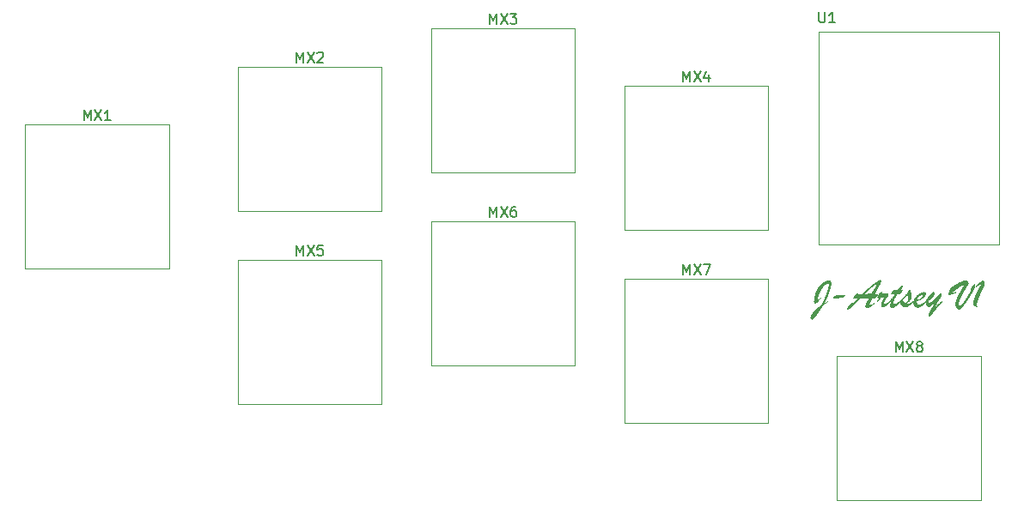
<source format=gbr>
%TF.GenerationSoftware,KiCad,Pcbnew,7.0.2*%
%TF.CreationDate,2023-09-16T14:44:34-04:00*%
%TF.ProjectId,j-artsey-v1,6a2d6172-7473-4657-992d-76312e6b6963,rev?*%
%TF.SameCoordinates,Original*%
%TF.FileFunction,Legend,Top*%
%TF.FilePolarity,Positive*%
%FSLAX46Y46*%
G04 Gerber Fmt 4.6, Leading zero omitted, Abs format (unit mm)*
G04 Created by KiCad (PCBNEW 7.0.2) date 2023-09-16 14:44:34*
%MOMM*%
%LPD*%
G01*
G04 APERTURE LIST*
%ADD10C,0.150000*%
%ADD11C,0.120000*%
G04 APERTURE END LIST*
D10*
G36*
X194016270Y-79019330D02*
G01*
X193468189Y-79327076D01*
X193445471Y-79365226D01*
X193422748Y-79403108D01*
X193400019Y-79440720D01*
X193377284Y-79478063D01*
X193354544Y-79515138D01*
X193331798Y-79551943D01*
X193309046Y-79588479D01*
X193286289Y-79624747D01*
X193263526Y-79660745D01*
X193240757Y-79696474D01*
X193217982Y-79731934D01*
X193195201Y-79767125D01*
X193172415Y-79802047D01*
X193149623Y-79836700D01*
X193126826Y-79871084D01*
X193104023Y-79905198D01*
X193081465Y-79938809D01*
X193059223Y-79971682D01*
X193037296Y-80003816D01*
X193015683Y-80035212D01*
X192994385Y-80065869D01*
X192973402Y-80095788D01*
X192952734Y-80124968D01*
X192932381Y-80153410D01*
X192912342Y-80181114D01*
X192892619Y-80208079D01*
X192873210Y-80234305D01*
X192854116Y-80259793D01*
X192835337Y-80284543D01*
X192816873Y-80308554D01*
X192798724Y-80331827D01*
X192780889Y-80354361D01*
X192754709Y-80386999D01*
X192729198Y-80418143D01*
X192704356Y-80447792D01*
X192680185Y-80475948D01*
X192656683Y-80502610D01*
X192633851Y-80527777D01*
X192611689Y-80551451D01*
X192590197Y-80573630D01*
X192569374Y-80594315D01*
X192542652Y-80619572D01*
X192536158Y-80625471D01*
X192511348Y-80647452D01*
X192488210Y-80666503D01*
X192461638Y-80686195D01*
X192433199Y-80703781D01*
X192404773Y-80715963D01*
X192384483Y-80719260D01*
X192353067Y-80716512D01*
X192324766Y-80708269D01*
X192296649Y-80692426D01*
X192277505Y-80675296D01*
X192259232Y-80652307D01*
X192244916Y-80624035D01*
X192237208Y-80593213D01*
X192235739Y-80571249D01*
X192237942Y-80528773D01*
X192241857Y-80499360D01*
X192247730Y-80469072D01*
X192255562Y-80437908D01*
X192265350Y-80405869D01*
X192277097Y-80372953D01*
X192290801Y-80339162D01*
X192306463Y-80304495D01*
X192324083Y-80268952D01*
X192343661Y-80232533D01*
X192365196Y-80195238D01*
X192388689Y-80157067D01*
X192414140Y-80118021D01*
X192441549Y-80078099D01*
X192470915Y-80037301D01*
X192486332Y-80016573D01*
X192518796Y-79974733D01*
X192553537Y-79932561D01*
X192590557Y-79890057D01*
X192629856Y-79847221D01*
X192650359Y-79825679D01*
X192671432Y-79804053D01*
X192693075Y-79782345D01*
X192715287Y-79760553D01*
X192738069Y-79738679D01*
X192761420Y-79716721D01*
X192785341Y-79694681D01*
X192809832Y-79672557D01*
X192834892Y-79650351D01*
X192860522Y-79628061D01*
X192886721Y-79605688D01*
X192913490Y-79583233D01*
X192940829Y-79560694D01*
X192968737Y-79538073D01*
X192997214Y-79515368D01*
X193026262Y-79492581D01*
X193055879Y-79469710D01*
X193086065Y-79446756D01*
X193116821Y-79423720D01*
X193148147Y-79400600D01*
X193180042Y-79377398D01*
X193212506Y-79354112D01*
X193245541Y-79330744D01*
X193279145Y-79307292D01*
X193293719Y-79279299D01*
X193308133Y-79251467D01*
X193322387Y-79223795D01*
X193336481Y-79196284D01*
X193350414Y-79168932D01*
X193364187Y-79141741D01*
X193377800Y-79114710D01*
X193391252Y-79087840D01*
X193404544Y-79061129D01*
X193417676Y-79034579D01*
X193430648Y-79008190D01*
X193456110Y-78955891D01*
X193480931Y-78904234D01*
X193505111Y-78853218D01*
X193528650Y-78802843D01*
X193551548Y-78753109D01*
X193573805Y-78704016D01*
X193595420Y-78655564D01*
X193616394Y-78607754D01*
X193636728Y-78560584D01*
X193656420Y-78514056D01*
X193666025Y-78491032D01*
X193684882Y-78445560D01*
X193703165Y-78400918D01*
X193720877Y-78357106D01*
X193738016Y-78314124D01*
X193754582Y-78271972D01*
X193770577Y-78230650D01*
X193785998Y-78190159D01*
X193800847Y-78150497D01*
X193815124Y-78111665D01*
X193828828Y-78073663D01*
X193841960Y-78036492D01*
X193854520Y-78000150D01*
X193866507Y-77964638D01*
X193877921Y-77929957D01*
X193888763Y-77896105D01*
X193899033Y-77863084D01*
X193908916Y-77830881D01*
X193918416Y-77799485D01*
X193927532Y-77768897D01*
X193936265Y-77739115D01*
X193944614Y-77710141D01*
X193956418Y-77668193D01*
X193967360Y-77628061D01*
X193977439Y-77589745D01*
X193986654Y-77553246D01*
X193995007Y-77518562D01*
X194002497Y-77485694D01*
X194009123Y-77454643D01*
X194011140Y-77444696D01*
X194018697Y-77406926D01*
X194025245Y-77372751D01*
X194030787Y-77342171D01*
X194036297Y-77309002D01*
X194040830Y-77276613D01*
X194043349Y-77246010D01*
X194043381Y-77243196D01*
X194040985Y-77213314D01*
X194030337Y-77183089D01*
X194008177Y-77162223D01*
X193979429Y-77155354D01*
X193975237Y-77155268D01*
X193944096Y-77159252D01*
X193911438Y-77169275D01*
X193879427Y-77182722D01*
X193849917Y-77197351D01*
X193817832Y-77215094D01*
X193811106Y-77219016D01*
X193783892Y-77235937D01*
X193756105Y-77254828D01*
X193727746Y-77275688D01*
X193698815Y-77298517D01*
X193669311Y-77323315D01*
X193646808Y-77343206D01*
X193623982Y-77364205D01*
X193600835Y-77386311D01*
X193577365Y-77409525D01*
X193554014Y-77433510D01*
X193530946Y-77458203D01*
X193508161Y-77483604D01*
X193485660Y-77509714D01*
X193463442Y-77536532D01*
X193441507Y-77564059D01*
X193419856Y-77592294D01*
X193398488Y-77621238D01*
X193377403Y-77650890D01*
X193356602Y-77681250D01*
X193342892Y-77701884D01*
X193322589Y-77733143D01*
X193302621Y-77765099D01*
X193282987Y-77797749D01*
X193263689Y-77831096D01*
X193244725Y-77865138D01*
X193226096Y-77899875D01*
X193207802Y-77935308D01*
X193189843Y-77971436D01*
X193172219Y-78008260D01*
X193154930Y-78045779D01*
X193143590Y-78071179D01*
X193127189Y-78109233D01*
X193111510Y-78146733D01*
X193096552Y-78183679D01*
X193082315Y-78220072D01*
X193068800Y-78255910D01*
X193056006Y-78291195D01*
X193043933Y-78325926D01*
X193032581Y-78360103D01*
X193021951Y-78393726D01*
X193012042Y-78426795D01*
X193005837Y-78448534D01*
X192997194Y-78480358D01*
X192989402Y-78510985D01*
X192982460Y-78540413D01*
X192974526Y-78577788D01*
X192968103Y-78613034D01*
X192963191Y-78646150D01*
X192959791Y-78677136D01*
X192957666Y-78712874D01*
X192957477Y-78726238D01*
X192958807Y-78758666D01*
X192960948Y-78788959D01*
X192963648Y-78821928D01*
X192965537Y-78843475D01*
X192981872Y-78818201D01*
X192997960Y-78793603D01*
X193010966Y-78773866D01*
X193029270Y-78747619D01*
X193048068Y-78723752D01*
X193069069Y-78699654D01*
X193079110Y-78688869D01*
X193099901Y-78668169D01*
X193123948Y-78647072D01*
X193148690Y-78628293D01*
X193165572Y-78617062D01*
X193191117Y-78600011D01*
X193218103Y-78586942D01*
X193229319Y-78582623D01*
X193258477Y-78576517D01*
X193266688Y-78585554D01*
X193250099Y-78612929D01*
X193229362Y-78640140D01*
X193210929Y-78663289D01*
X193188810Y-78690446D01*
X193169801Y-78713443D01*
X193148719Y-78738695D01*
X193127008Y-78764834D01*
X193105837Y-78790498D01*
X193085208Y-78815685D01*
X193065119Y-78840395D01*
X193045572Y-78864629D01*
X193026565Y-78888386D01*
X193008099Y-78911666D01*
X192984320Y-78941966D01*
X192961503Y-78971418D01*
X192945020Y-78992951D01*
X192925177Y-79017123D01*
X192903014Y-79040728D01*
X192878534Y-79063766D01*
X192851735Y-79086237D01*
X192827631Y-79104530D01*
X192812397Y-79115317D01*
X192787502Y-79131571D01*
X192759613Y-79147439D01*
X192729810Y-79160938D01*
X192699356Y-79169754D01*
X192679040Y-79171737D01*
X192647368Y-79167216D01*
X192620062Y-79151589D01*
X192602584Y-79127979D01*
X192596974Y-79114584D01*
X192588640Y-79081749D01*
X192583951Y-79051532D01*
X192580602Y-79016525D01*
X192578835Y-78983691D01*
X192577998Y-78947531D01*
X192577923Y-78932135D01*
X192578330Y-78894319D01*
X192579549Y-78855977D01*
X192581581Y-78817108D01*
X192584426Y-78777712D01*
X192588084Y-78737790D01*
X192592555Y-78697341D01*
X192597839Y-78656366D01*
X192603935Y-78614863D01*
X192610845Y-78572835D01*
X192618567Y-78530279D01*
X192627102Y-78487197D01*
X192636450Y-78443588D01*
X192646611Y-78399453D01*
X192657585Y-78354791D01*
X192669371Y-78309602D01*
X192681971Y-78263886D01*
X192695254Y-78218257D01*
X192709093Y-78173326D01*
X192723487Y-78129093D01*
X192738437Y-78085559D01*
X192753941Y-78042723D01*
X192770001Y-78000585D01*
X192786617Y-77959146D01*
X192803787Y-77918405D01*
X192821513Y-77878362D01*
X192839794Y-77839018D01*
X192858630Y-77800373D01*
X192878022Y-77762425D01*
X192897968Y-77725176D01*
X192918470Y-77688626D01*
X192939528Y-77652774D01*
X192961140Y-77617620D01*
X192979158Y-77589762D01*
X192997674Y-77562242D01*
X193016688Y-77535059D01*
X193036199Y-77508214D01*
X193056209Y-77481707D01*
X193076717Y-77455538D01*
X193097723Y-77429706D01*
X193119227Y-77404213D01*
X193141229Y-77379057D01*
X193163728Y-77354238D01*
X193186726Y-77329758D01*
X193210222Y-77305615D01*
X193234216Y-77281810D01*
X193258708Y-77258342D01*
X193283698Y-77235213D01*
X193309187Y-77212421D01*
X193334969Y-77190018D01*
X193360661Y-77168240D01*
X193386260Y-77147085D01*
X193411769Y-77126554D01*
X193437185Y-77106648D01*
X193462510Y-77087365D01*
X193487743Y-77068706D01*
X193512885Y-77050671D01*
X193537935Y-77033260D01*
X193562894Y-77016473D01*
X193587761Y-77000310D01*
X193624889Y-76977236D01*
X193661812Y-76955565D01*
X193698529Y-76935299D01*
X193710722Y-76928855D01*
X193746532Y-76910653D01*
X193780875Y-76894242D01*
X193813749Y-76879621D01*
X193845155Y-76866791D01*
X193875092Y-76855750D01*
X193903561Y-76846500D01*
X193939236Y-76836952D01*
X193972300Y-76830586D01*
X194002754Y-76827404D01*
X194017002Y-76827006D01*
X194049929Y-76828368D01*
X194080933Y-76832455D01*
X194110013Y-76839268D01*
X194143658Y-76851614D01*
X194174299Y-76868219D01*
X194201933Y-76889081D01*
X194226563Y-76914200D01*
X194248094Y-76943077D01*
X194262691Y-76968522D01*
X194274953Y-76996051D01*
X194284879Y-77025663D01*
X194292470Y-77057359D01*
X194297725Y-77091139D01*
X194300644Y-77127003D01*
X194301301Y-77155268D01*
X194300459Y-77188522D01*
X194298399Y-77218421D01*
X194295101Y-77249608D01*
X194290568Y-77282082D01*
X194284797Y-77315845D01*
X194283715Y-77321598D01*
X194276786Y-77356047D01*
X194270500Y-77384913D01*
X194263749Y-77413921D01*
X194256532Y-77443073D01*
X194248851Y-77472368D01*
X194240704Y-77501806D01*
X194239019Y-77507711D01*
X194229810Y-77539846D01*
X194221051Y-77569625D01*
X194211057Y-77603021D01*
X194199825Y-77640035D01*
X194190590Y-77670170D01*
X194180660Y-77702340D01*
X194170034Y-77736545D01*
X194158712Y-77772785D01*
X194146695Y-77811060D01*
X194134730Y-77848972D01*
X194123563Y-77884399D01*
X194113194Y-77917339D01*
X194103625Y-77947794D01*
X194094853Y-77975763D01*
X194084400Y-78009188D01*
X194075367Y-78038194D01*
X194066072Y-78068236D01*
X194060233Y-78087299D01*
X194047926Y-78126969D01*
X194034911Y-78166846D01*
X194021188Y-78206928D01*
X194006756Y-78247217D01*
X193991615Y-78287712D01*
X193975766Y-78328412D01*
X193964807Y-78355661D01*
X193953533Y-78383001D01*
X193941943Y-78410432D01*
X193930039Y-78437955D01*
X193917821Y-78465570D01*
X193905287Y-78493276D01*
X193892438Y-78521074D01*
X193879089Y-78549390D01*
X193865053Y-78578834D01*
X193850329Y-78609405D01*
X193834919Y-78641104D01*
X193818822Y-78673931D01*
X193802038Y-78707886D01*
X193784567Y-78742968D01*
X193766409Y-78779178D01*
X193747564Y-78816515D01*
X193728032Y-78854981D01*
X193707814Y-78894574D01*
X193686908Y-78935295D01*
X193665315Y-78977143D01*
X193643036Y-79020120D01*
X193620070Y-79064224D01*
X193596416Y-79109455D01*
X194016270Y-78889637D01*
X194016270Y-79019330D01*
G37*
G36*
X195396730Y-78300523D02*
G01*
X195428375Y-78293425D01*
X195458013Y-78287256D01*
X195480994Y-78283670D01*
X195512282Y-78287008D01*
X195543319Y-78292080D01*
X195573150Y-78297387D01*
X195590170Y-78300523D01*
X195620212Y-78304370D01*
X195644392Y-78308583D01*
X195673720Y-78315363D01*
X195683960Y-78318841D01*
X195701545Y-78333496D01*
X195683164Y-78359635D01*
X195658039Y-78383527D01*
X195633567Y-78404801D01*
X195610074Y-78424344D01*
X195590170Y-78440474D01*
X195562499Y-78461677D01*
X195534804Y-78480957D01*
X195507086Y-78498314D01*
X195479345Y-78513747D01*
X195451582Y-78527257D01*
X195423795Y-78538843D01*
X195395986Y-78548506D01*
X195368154Y-78556245D01*
X195337860Y-78564033D01*
X195306633Y-78570248D01*
X195269968Y-78576212D01*
X195236721Y-78580803D01*
X195199993Y-78585234D01*
X195170162Y-78588452D01*
X195138375Y-78591579D01*
X195116095Y-78593614D01*
X195081794Y-78596364D01*
X195046758Y-78598844D01*
X195010988Y-78601052D01*
X194974484Y-78602991D01*
X194937246Y-78604659D01*
X194899273Y-78606056D01*
X194860567Y-78607183D01*
X194821126Y-78608040D01*
X194780951Y-78608626D01*
X194740042Y-78608941D01*
X194712362Y-78609002D01*
X194677156Y-78608787D01*
X194644813Y-78608143D01*
X194615332Y-78607070D01*
X194583733Y-78605215D01*
X194552077Y-78602270D01*
X194536507Y-78600209D01*
X194505595Y-78592495D01*
X194481552Y-78574243D01*
X194477889Y-78559909D01*
X194488221Y-78532337D01*
X194505394Y-78505341D01*
X194507198Y-78502756D01*
X194525661Y-78478503D01*
X194547254Y-78453554D01*
X194569076Y-78430794D01*
X194587065Y-78413363D01*
X194614929Y-78389662D01*
X194646863Y-78368292D01*
X194682866Y-78349253D01*
X194722940Y-78332545D01*
X194751918Y-78322702D01*
X194782704Y-78313895D01*
X194815299Y-78306124D01*
X194849702Y-78299389D01*
X194885915Y-78293691D01*
X194923937Y-78289028D01*
X194963768Y-78285402D01*
X195005407Y-78282811D01*
X195048856Y-78281257D01*
X195094113Y-78280739D01*
X195123505Y-78281435D01*
X195157641Y-78283077D01*
X195191261Y-78285086D01*
X195230490Y-78287714D01*
X195263594Y-78290090D01*
X195299853Y-78292814D01*
X195339268Y-78295886D01*
X195381839Y-78299306D01*
X195396730Y-78300523D01*
G37*
G36*
X199146682Y-76808261D02*
G01*
X199162986Y-76836840D01*
X199175963Y-76865849D01*
X199185612Y-76895287D01*
X199191934Y-76925154D01*
X199194929Y-76955451D01*
X199195195Y-76967690D01*
X199193340Y-76999091D01*
X199187776Y-77032296D01*
X199180306Y-77061344D01*
X199170259Y-77091644D01*
X199157637Y-77123196D01*
X199142438Y-77156001D01*
X199127589Y-77185482D01*
X199109053Y-77220802D01*
X199092732Y-77251123D01*
X199074338Y-77284729D01*
X199053869Y-77321620D01*
X199039071Y-77348038D01*
X199023352Y-77375916D01*
X199006711Y-77405254D01*
X198989149Y-77436051D01*
X198970664Y-77468309D01*
X198951259Y-77502026D01*
X198930931Y-77537202D01*
X198920422Y-77555338D01*
X198899153Y-77592029D01*
X198877843Y-77629012D01*
X198856494Y-77666286D01*
X198835105Y-77703853D01*
X198813675Y-77741711D01*
X198792206Y-77779862D01*
X198770696Y-77818304D01*
X198749146Y-77857039D01*
X198727557Y-77896065D01*
X198705927Y-77935384D01*
X198684257Y-77974994D01*
X198662547Y-78014896D01*
X198640797Y-78055090D01*
X198619007Y-78095576D01*
X198597177Y-78136354D01*
X198575307Y-78177424D01*
X198605948Y-78177540D01*
X198636459Y-78177941D01*
X198668161Y-78178800D01*
X198670561Y-78178890D01*
X198702366Y-78179727D01*
X198733226Y-78180929D01*
X198751894Y-78181821D01*
X198786506Y-78181928D01*
X198816609Y-78182250D01*
X198846782Y-78182920D01*
X198876916Y-78184294D01*
X198895509Y-78186217D01*
X198918124Y-78205857D01*
X198921154Y-78227983D01*
X198909789Y-78256683D01*
X198892818Y-78282036D01*
X198888914Y-78287334D01*
X198870092Y-78312155D01*
X198851949Y-78335459D01*
X198830353Y-78362782D01*
X198809720Y-78388621D01*
X198786690Y-78417250D01*
X198776807Y-78429483D01*
X198756726Y-78454258D01*
X198736782Y-78479125D01*
X198716975Y-78504084D01*
X198697306Y-78529134D01*
X198677774Y-78554276D01*
X198658380Y-78579509D01*
X198639123Y-78604834D01*
X198620003Y-78630251D01*
X198317386Y-78655896D01*
X198302555Y-78684490D01*
X198288194Y-78712293D01*
X198274305Y-78739307D01*
X198260886Y-78765531D01*
X198235461Y-78815608D01*
X198211919Y-78862526D01*
X198190261Y-78906283D01*
X198170485Y-78946881D01*
X198152594Y-78984319D01*
X198136585Y-79018597D01*
X198122460Y-79049715D01*
X198110219Y-79077673D01*
X198095387Y-79113686D01*
X198084793Y-79142588D01*
X198076554Y-79174960D01*
X198076318Y-79179064D01*
X198079435Y-79208448D01*
X198093289Y-79238169D01*
X198118224Y-79257083D01*
X198149134Y-79264766D01*
X198164979Y-79265526D01*
X198196900Y-79256656D01*
X198226822Y-79243621D01*
X198254838Y-79230043D01*
X198287633Y-79213207D01*
X198325206Y-79193112D01*
X198352909Y-79177905D01*
X198382736Y-79161250D01*
X198414687Y-79143146D01*
X198448762Y-79123595D01*
X198484961Y-79102594D01*
X198523283Y-79080146D01*
X198507163Y-79191521D01*
X198476090Y-79214138D01*
X198446343Y-79235828D01*
X198417924Y-79256591D01*
X198390831Y-79276426D01*
X198365064Y-79295334D01*
X198340624Y-79313314D01*
X198310102Y-79335845D01*
X198281937Y-79356728D01*
X198256132Y-79375962D01*
X198244113Y-79384961D01*
X198215412Y-79406353D01*
X198187928Y-79426563D01*
X198161660Y-79445594D01*
X198136608Y-79463443D01*
X198108152Y-79483304D01*
X198081448Y-79501465D01*
X198056031Y-79518200D01*
X198027420Y-79535576D01*
X197999931Y-79550638D01*
X197969890Y-79565018D01*
X197955418Y-79571074D01*
X197927117Y-79581012D01*
X197898632Y-79588110D01*
X197866367Y-79592702D01*
X197841113Y-79593789D01*
X197811405Y-79590773D01*
X197781908Y-79581727D01*
X197752621Y-79566651D01*
X197727685Y-79548928D01*
X197707023Y-79530774D01*
X197684612Y-79505564D01*
X197666838Y-79476644D01*
X197653700Y-79444014D01*
X197646294Y-79413990D01*
X197642108Y-79381389D01*
X197641078Y-79353454D01*
X197643860Y-79323888D01*
X197651004Y-79292255D01*
X197660861Y-79260443D01*
X197671990Y-79230106D01*
X197676249Y-79219364D01*
X197689618Y-79186924D01*
X197703348Y-79154999D01*
X197717439Y-79123589D01*
X197731890Y-79092694D01*
X197746702Y-79062314D01*
X197751720Y-79052302D01*
X197767301Y-79021677D01*
X197784068Y-78989345D01*
X197799152Y-78960528D01*
X197816388Y-78927796D01*
X197835775Y-78891148D01*
X197849894Y-78864541D01*
X197864969Y-78836193D01*
X197881000Y-78806106D01*
X197897988Y-78774278D01*
X197915931Y-78740710D01*
X197934830Y-78705401D01*
X197954685Y-78668353D01*
X197924246Y-78669329D01*
X197894842Y-78670242D01*
X197852679Y-78671493D01*
X197812848Y-78672603D01*
X197775348Y-78673571D01*
X197740179Y-78674398D01*
X197707342Y-78675082D01*
X197676835Y-78675626D01*
X197639787Y-78676129D01*
X197606883Y-78676381D01*
X197591985Y-78676413D01*
X197557546Y-78676342D01*
X197520724Y-78676129D01*
X197481520Y-78675775D01*
X197439932Y-78675279D01*
X197395962Y-78674642D01*
X197365325Y-78674138D01*
X197333629Y-78673571D01*
X197300873Y-78672941D01*
X197267059Y-78672249D01*
X197232186Y-78671493D01*
X197196253Y-78670675D01*
X197159262Y-78669793D01*
X197121212Y-78668848D01*
X197101789Y-78668353D01*
X197080466Y-78692123D01*
X197057711Y-78717182D01*
X197033525Y-78743529D01*
X197013146Y-78765534D01*
X196991852Y-78788363D01*
X196969641Y-78812016D01*
X196946514Y-78836494D01*
X196940589Y-78842742D01*
X196917108Y-78867437D01*
X196893924Y-78891697D01*
X196871037Y-78915523D01*
X196848449Y-78938913D01*
X196826158Y-78961868D01*
X196804164Y-78984388D01*
X196782469Y-79006472D01*
X196761071Y-79028122D01*
X196740371Y-79048982D01*
X196715527Y-79073962D01*
X196691828Y-79097726D01*
X196669274Y-79120273D01*
X196647864Y-79141604D01*
X196623684Y-79165595D01*
X196615990Y-79173203D01*
X196593957Y-79195038D01*
X196570205Y-79218756D01*
X196548557Y-79240579D01*
X196526391Y-79263202D01*
X196516339Y-79273586D01*
X196488384Y-79299750D01*
X196461671Y-79324751D01*
X196436200Y-79348591D01*
X196411971Y-79371268D01*
X196388985Y-79392784D01*
X196367241Y-79413137D01*
X196336953Y-79441488D01*
X196309461Y-79467224D01*
X196284763Y-79490346D01*
X196262861Y-79510853D01*
X196238006Y-79534129D01*
X196218119Y-79552756D01*
X196196416Y-79573024D01*
X196174355Y-79592612D01*
X196151937Y-79611521D01*
X196124563Y-79633314D01*
X196096673Y-79654128D01*
X196073039Y-79670725D01*
X196044900Y-79688654D01*
X196017637Y-79702874D01*
X195986938Y-79714775D01*
X195957431Y-79721627D01*
X195933087Y-79723482D01*
X195901351Y-79719452D01*
X195874432Y-79703080D01*
X195861681Y-79674114D01*
X195860547Y-79659002D01*
X195864179Y-79629670D01*
X195872755Y-79601133D01*
X195886376Y-79568876D01*
X195900905Y-79540391D01*
X195918662Y-79509525D01*
X195939648Y-79476277D01*
X195957506Y-79449779D01*
X195963862Y-79440648D01*
X195983465Y-79413336D01*
X196003532Y-79386630D01*
X196024063Y-79360528D01*
X196045058Y-79335033D01*
X196066516Y-79310142D01*
X196088437Y-79285857D01*
X196110823Y-79262177D01*
X196133672Y-79239102D01*
X196156985Y-79216633D01*
X196180761Y-79194769D01*
X196196870Y-79180530D01*
X196220775Y-79160233D01*
X196243856Y-79141933D01*
X196273348Y-79120638D01*
X196301375Y-79102892D01*
X196327937Y-79088695D01*
X196359077Y-79075941D01*
X196387929Y-79068732D01*
X196409361Y-79066957D01*
X196438665Y-79074195D01*
X196465576Y-79088019D01*
X196473108Y-79092602D01*
X196864385Y-78660293D01*
X196835036Y-78656454D01*
X196802493Y-78653183D01*
X196772933Y-78650889D01*
X196741155Y-78648990D01*
X196707159Y-78647483D01*
X196670945Y-78646371D01*
X196635518Y-78645169D01*
X196603883Y-78643394D01*
X196570928Y-78640509D01*
X196539382Y-78636101D01*
X196509745Y-78628785D01*
X196484740Y-78611372D01*
X196471277Y-78582211D01*
X196468712Y-78556245D01*
X196473345Y-78525065D01*
X196483724Y-78496437D01*
X196500033Y-78464535D01*
X196516156Y-78438459D01*
X196535616Y-78410542D01*
X196558411Y-78380782D01*
X196584542Y-78349181D01*
X196603817Y-78327091D01*
X196624574Y-78304182D01*
X196646813Y-78280454D01*
X196658489Y-78268283D01*
X196684111Y-78242935D01*
X196709322Y-78220014D01*
X196734120Y-78199521D01*
X196758506Y-78181454D01*
X196788409Y-78162285D01*
X196817668Y-78146907D01*
X196846283Y-78135323D01*
X196851929Y-78133461D01*
X196884347Y-78124964D01*
X196916078Y-78119119D01*
X196952960Y-78114121D01*
X196984003Y-78110929D01*
X197017944Y-78108214D01*
X197054783Y-78105975D01*
X197094520Y-78104212D01*
X197137155Y-78102927D01*
X197167188Y-78102334D01*
X197198510Y-78101953D01*
X197162148Y-78107197D01*
X197128534Y-78112670D01*
X197097668Y-78118371D01*
X197062949Y-78125820D01*
X197032524Y-78133627D01*
X197001680Y-78143467D01*
X196984553Y-78150314D01*
X196956892Y-78165976D01*
X196934095Y-78187756D01*
X196920107Y-78213941D01*
X196915676Y-78233845D01*
X196945123Y-78233845D01*
X196976827Y-78233845D01*
X197007024Y-78233845D01*
X197026318Y-78233845D01*
X197057192Y-78233787D01*
X197088722Y-78233638D01*
X197119467Y-78233432D01*
X197153156Y-78233157D01*
X197158210Y-78233112D01*
X197191759Y-78232436D01*
X197221241Y-78231689D01*
X197253171Y-78230627D01*
X197278377Y-78229448D01*
X197299473Y-78208832D01*
X197322695Y-78186217D01*
X197564874Y-78186217D01*
X198233122Y-78173761D01*
X198254718Y-78137061D01*
X198275540Y-78101702D01*
X198295590Y-78067681D01*
X198314867Y-78035000D01*
X198333372Y-78003659D01*
X198351103Y-77973657D01*
X198368062Y-77944995D01*
X198384248Y-77917672D01*
X198399661Y-77891689D01*
X198419009Y-77859128D01*
X198423632Y-77851360D01*
X198442167Y-77820070D01*
X198461138Y-77788117D01*
X198480544Y-77755499D01*
X198500385Y-77722217D01*
X198515551Y-77696820D01*
X198530962Y-77671049D01*
X198546618Y-77644905D01*
X198562518Y-77618387D01*
X198578663Y-77591496D01*
X198584099Y-77582449D01*
X198600360Y-77555639D01*
X198616170Y-77529615D01*
X198631530Y-77504377D01*
X198651308Y-77471948D01*
X198670284Y-77440916D01*
X198688459Y-77411280D01*
X198705833Y-77383042D01*
X198722405Y-77356200D01*
X198734309Y-77336985D01*
X198750268Y-77311294D01*
X198766640Y-77284778D01*
X198783424Y-77257438D01*
X198800621Y-77229274D01*
X198818229Y-77200285D01*
X198836250Y-77170472D01*
X198854682Y-77139835D01*
X198873527Y-77108374D01*
X198845586Y-77125871D01*
X198817542Y-77143742D01*
X198789395Y-77161987D01*
X198761145Y-77180605D01*
X198732792Y-77199596D01*
X198704335Y-77218961D01*
X198675776Y-77238700D01*
X198647114Y-77258812D01*
X198618349Y-77279297D01*
X198589480Y-77300157D01*
X198570177Y-77314270D01*
X198540972Y-77335840D01*
X198511058Y-77358234D01*
X198480436Y-77381452D01*
X198449106Y-77405495D01*
X198417067Y-77430362D01*
X198384319Y-77456053D01*
X198350863Y-77482569D01*
X198316699Y-77509909D01*
X198293529Y-77528593D01*
X198270045Y-77547644D01*
X198246246Y-77567062D01*
X198222131Y-77586845D01*
X198198117Y-77606635D01*
X198174435Y-77626252D01*
X198151085Y-77645698D01*
X198128067Y-77664972D01*
X198105381Y-77684075D01*
X198071975Y-77712407D01*
X198039316Y-77740352D01*
X198007403Y-77767911D01*
X197976238Y-77795083D01*
X197945820Y-77821869D01*
X197916149Y-77848269D01*
X197887224Y-77874282D01*
X197877749Y-77882868D01*
X197849475Y-77908817D01*
X197820983Y-77935281D01*
X197792271Y-77962260D01*
X197763340Y-77989754D01*
X197734191Y-78017764D01*
X197704822Y-78046289D01*
X197675235Y-78075329D01*
X197645428Y-78104884D01*
X197615403Y-78134955D01*
X197585158Y-78165541D01*
X197564874Y-78186217D01*
X197322695Y-78186217D01*
X197341296Y-78168103D01*
X197382626Y-78128043D01*
X197423464Y-78088653D01*
X197463810Y-78049933D01*
X197503664Y-78011883D01*
X197543025Y-77974502D01*
X197581894Y-77937791D01*
X197620271Y-77901750D01*
X197658155Y-77866379D01*
X197695547Y-77831678D01*
X197732447Y-77797646D01*
X197768854Y-77764284D01*
X197804770Y-77731591D01*
X197840192Y-77699569D01*
X197875123Y-77668216D01*
X197892404Y-77652791D01*
X197927051Y-77622116D01*
X197961933Y-77591642D01*
X197997049Y-77561369D01*
X198032400Y-77531295D01*
X198067986Y-77501422D01*
X198103807Y-77471750D01*
X198139863Y-77442277D01*
X198176153Y-77413005D01*
X198212677Y-77383934D01*
X198249437Y-77355063D01*
X198286431Y-77326392D01*
X198323660Y-77297921D01*
X198361124Y-77269651D01*
X198398822Y-77241581D01*
X198436755Y-77213712D01*
X198474923Y-77186043D01*
X198513362Y-77158525D01*
X198552111Y-77131294D01*
X198591169Y-77104349D01*
X198630536Y-77077691D01*
X198670212Y-77051318D01*
X198710197Y-77025232D01*
X198750492Y-76999432D01*
X198791095Y-76973918D01*
X198832008Y-76948690D01*
X198873229Y-76923749D01*
X198914760Y-76899094D01*
X198956600Y-76874725D01*
X198998749Y-76850642D01*
X199041207Y-76826845D01*
X199083975Y-76803335D01*
X199127051Y-76780111D01*
X199146682Y-76808261D01*
G37*
G36*
X198795125Y-79031786D02*
G01*
X198795125Y-78895498D01*
X198815538Y-78870842D01*
X198835010Y-78846881D01*
X198853542Y-78823615D01*
X198876789Y-78793676D01*
X198898365Y-78764974D01*
X198918269Y-78737508D01*
X198936501Y-78711279D01*
X198953062Y-78686286D01*
X198964385Y-78668353D01*
X198933657Y-78656400D01*
X198907416Y-78643257D01*
X198880926Y-78625153D01*
X198868398Y-78613398D01*
X198851294Y-78586920D01*
X198841906Y-78556237D01*
X198838473Y-78523238D01*
X198838356Y-78515212D01*
X198841301Y-78481012D01*
X198848514Y-78448795D01*
X198857831Y-78419900D01*
X198870153Y-78389146D01*
X198885480Y-78356531D01*
X198899905Y-78329099D01*
X198915911Y-78301130D01*
X198932786Y-78273641D01*
X198950532Y-78246633D01*
X198969148Y-78220106D01*
X198988634Y-78194060D01*
X199008990Y-78168494D01*
X199030216Y-78143410D01*
X199052313Y-78118806D01*
X199074764Y-78095347D01*
X199096689Y-78074064D01*
X199123354Y-78050519D01*
X199149196Y-78030372D01*
X199174216Y-78013625D01*
X199203153Y-77998014D01*
X199217177Y-77992044D01*
X199245753Y-77981053D01*
X199272864Y-77977390D01*
X199301415Y-77984823D01*
X199314466Y-78011522D01*
X199314630Y-78016224D01*
X199308333Y-78045219D01*
X199296432Y-78073859D01*
X199281319Y-78103878D01*
X199265262Y-78132751D01*
X199250150Y-78158374D01*
X199302044Y-78150477D01*
X199351484Y-78143089D01*
X199398467Y-78136211D01*
X199442995Y-78129843D01*
X199485066Y-78123984D01*
X199524682Y-78118634D01*
X199561843Y-78113794D01*
X199596547Y-78109464D01*
X199628796Y-78105643D01*
X199658588Y-78102331D01*
X199698673Y-78098319D01*
X199733232Y-78095453D01*
X199770716Y-78093415D01*
X199785774Y-78093161D01*
X199816546Y-78094491D01*
X199845858Y-78101221D01*
X199870484Y-78121863D01*
X199886655Y-78146406D01*
X199899375Y-78174742D01*
X199903743Y-78186950D01*
X199912594Y-78216122D01*
X199919271Y-78245293D01*
X199923774Y-78274465D01*
X199926258Y-78307804D01*
X199926458Y-78320307D01*
X199921956Y-78350390D01*
X199910049Y-78379241D01*
X199892970Y-78406431D01*
X199888356Y-78412630D01*
X199869057Y-78436603D01*
X199848329Y-78460611D01*
X199828103Y-78483058D01*
X199805195Y-78507723D01*
X199784936Y-78529053D01*
X199762960Y-78551802D01*
X199757198Y-78557711D01*
X199737036Y-78580154D01*
X199717493Y-78602971D01*
X199698568Y-78626161D01*
X199680261Y-78649725D01*
X199662573Y-78673663D01*
X199645502Y-78697974D01*
X199629050Y-78722658D01*
X199613217Y-78747716D01*
X199598001Y-78773148D01*
X199583404Y-78798953D01*
X199574016Y-78816364D01*
X199556670Y-78850264D01*
X199541638Y-78881989D01*
X199528918Y-78911538D01*
X199516271Y-78945416D01*
X199507237Y-78975895D01*
X199501166Y-79007984D01*
X199500010Y-79026657D01*
X199504209Y-79060025D01*
X199519721Y-79090228D01*
X199546664Y-79111035D01*
X199578856Y-79121391D01*
X199612097Y-79124747D01*
X199619445Y-79124842D01*
X199653837Y-79120801D01*
X199683418Y-79112466D01*
X199716245Y-79099583D01*
X199752318Y-79082155D01*
X199778169Y-79068010D01*
X199805463Y-79051844D01*
X199834200Y-79033657D01*
X199864379Y-79013450D01*
X199896001Y-78991222D01*
X199929065Y-78966973D01*
X199963572Y-78940704D01*
X199999522Y-78912413D01*
X200036914Y-78882103D01*
X200056151Y-78866189D01*
X200056151Y-79006140D01*
X200035042Y-79027650D01*
X200014397Y-79048581D01*
X199984298Y-79078895D01*
X199955243Y-79107907D01*
X199927231Y-79135618D01*
X199900263Y-79162028D01*
X199874338Y-79187138D01*
X199849456Y-79210947D01*
X199825617Y-79233454D01*
X199802821Y-79254661D01*
X199781069Y-79274567D01*
X199774050Y-79280914D01*
X199746459Y-79305368D01*
X199719371Y-79328541D01*
X199692786Y-79350431D01*
X199666706Y-79371039D01*
X199641129Y-79390365D01*
X199616056Y-79408408D01*
X199591487Y-79425170D01*
X199567421Y-79440648D01*
X199538384Y-79457747D01*
X199510348Y-79471947D01*
X199478028Y-79485162D01*
X199447150Y-79494204D01*
X199417715Y-79499072D01*
X199398893Y-79500000D01*
X199367475Y-79497243D01*
X199338066Y-79488974D01*
X199310665Y-79475193D01*
X199285275Y-79455898D01*
X199261893Y-79431092D01*
X199254546Y-79421598D01*
X199237870Y-79395169D01*
X199224020Y-79365341D01*
X199212997Y-79332114D01*
X199206214Y-79303085D01*
X199201239Y-79271881D01*
X199198074Y-79238502D01*
X199196717Y-79202947D01*
X199196660Y-79193719D01*
X199198257Y-79159896D01*
X199202028Y-79130412D01*
X199208018Y-79099747D01*
X199216225Y-79067901D01*
X199226651Y-79034874D01*
X199239295Y-79000667D01*
X199242090Y-78993684D01*
X199254099Y-78965176D01*
X199267414Y-78936073D01*
X199282035Y-78906375D01*
X199297960Y-78876081D01*
X199315191Y-78845192D01*
X199333726Y-78813708D01*
X199353567Y-78781628D01*
X199374713Y-78748953D01*
X199391387Y-78724236D01*
X199408433Y-78699545D01*
X199425853Y-78674880D01*
X199443647Y-78650240D01*
X199461814Y-78625627D01*
X199480355Y-78601039D01*
X199499269Y-78576477D01*
X199518557Y-78551940D01*
X199538218Y-78527430D01*
X199558253Y-78502945D01*
X199571817Y-78486636D01*
X199541959Y-78492910D01*
X199510268Y-78499275D01*
X199481036Y-78504921D01*
X199450402Y-78510636D01*
X199441392Y-78512281D01*
X199409555Y-78518122D01*
X199376877Y-78524102D01*
X199343358Y-78530223D01*
X199313957Y-78535581D01*
X199288984Y-78540125D01*
X199255795Y-78545935D01*
X199226113Y-78551185D01*
X199196483Y-78556497D01*
X199165886Y-78562107D01*
X199149497Y-78594253D01*
X199132203Y-78626026D01*
X199114005Y-78657428D01*
X199094903Y-78688457D01*
X199074896Y-78719114D01*
X199053984Y-78749399D01*
X199032169Y-78779312D01*
X199009448Y-78808853D01*
X198985823Y-78838022D01*
X198961294Y-78866819D01*
X198935861Y-78895244D01*
X198909522Y-78923296D01*
X198882280Y-78950977D01*
X198854133Y-78978285D01*
X198825081Y-79005222D01*
X198795125Y-79031786D01*
G37*
G36*
X200763967Y-77764898D02*
G01*
X200852627Y-77764898D01*
X200872917Y-77729221D01*
X200892847Y-77695552D01*
X200912416Y-77663893D01*
X200931624Y-77634244D01*
X200950472Y-77606603D01*
X200968959Y-77580972D01*
X200987085Y-77557350D01*
X201010693Y-77528980D01*
X201033659Y-77504181D01*
X201050464Y-77487927D01*
X201073018Y-77468865D01*
X201102306Y-77448611D01*
X201132810Y-77432328D01*
X201164530Y-77420017D01*
X201197467Y-77411677D01*
X201231621Y-77407309D01*
X201252697Y-77406594D01*
X201285204Y-77407846D01*
X201316941Y-77412655D01*
X201346914Y-77424676D01*
X201364545Y-77448719D01*
X201365537Y-77457885D01*
X201353069Y-77488419D01*
X201334281Y-77517175D01*
X201315665Y-77542653D01*
X201297656Y-77565997D01*
X201276877Y-77591974D01*
X201255559Y-77618719D01*
X201235569Y-77644364D01*
X201216907Y-77668911D01*
X201195448Y-77698048D01*
X201176064Y-77725468D01*
X201158754Y-77751171D01*
X201143520Y-77775157D01*
X201173238Y-77778898D01*
X201205398Y-77782917D01*
X201235634Y-77786660D01*
X201267351Y-77790544D01*
X201299408Y-77794064D01*
X201329381Y-77797606D01*
X201353813Y-77800802D01*
X201338835Y-77828505D01*
X201323393Y-77856295D01*
X201307488Y-77884170D01*
X201291119Y-77912131D01*
X201274286Y-77940178D01*
X201256990Y-77968311D01*
X201239230Y-77996529D01*
X201221006Y-78024834D01*
X201202319Y-78053224D01*
X201183168Y-78081700D01*
X201163553Y-78110262D01*
X201143474Y-78138910D01*
X201122932Y-78167644D01*
X201101926Y-78196464D01*
X201080457Y-78225370D01*
X201058524Y-78254361D01*
X201027766Y-78252004D01*
X200996854Y-78249657D01*
X200966818Y-78247406D01*
X200961803Y-78247034D01*
X200932471Y-78244836D01*
X200902727Y-78242637D01*
X200882669Y-78241172D01*
X200852884Y-78238984D01*
X200822201Y-78236694D01*
X200791650Y-78234388D01*
X200784483Y-78233845D01*
X200763916Y-78266901D01*
X200743980Y-78299301D01*
X200724675Y-78331043D01*
X200706001Y-78362129D01*
X200687958Y-78392558D01*
X200670547Y-78422330D01*
X200653766Y-78451446D01*
X200637617Y-78479904D01*
X200622099Y-78507705D01*
X200607211Y-78534850D01*
X200597637Y-78552581D01*
X200583927Y-78578623D01*
X200566587Y-78612723D01*
X200550324Y-78646114D01*
X200535137Y-78678795D01*
X200521026Y-78710766D01*
X200507992Y-78742027D01*
X200496033Y-78772578D01*
X200485151Y-78802420D01*
X200482599Y-78809769D01*
X200473154Y-78838701D01*
X200464968Y-78867243D01*
X200456506Y-78902373D01*
X200450013Y-78936895D01*
X200445487Y-78970808D01*
X200442929Y-79004114D01*
X200442299Y-79030321D01*
X200444073Y-79063465D01*
X200451283Y-79098681D01*
X200464037Y-79126992D01*
X200486663Y-79151850D01*
X200517275Y-79166765D01*
X200548884Y-79171599D01*
X200555872Y-79171737D01*
X200586973Y-79168800D01*
X200615488Y-79161867D01*
X200646364Y-79150854D01*
X200679601Y-79135763D01*
X200707892Y-79120754D01*
X200737693Y-79103134D01*
X200761036Y-79088206D01*
X200785557Y-79071758D01*
X200811585Y-79053739D01*
X200839121Y-79034149D01*
X200868163Y-79012987D01*
X200898712Y-78990254D01*
X200930768Y-78965949D01*
X200964331Y-78940073D01*
X200987544Y-78921950D01*
X201011426Y-78903128D01*
X201035979Y-78883607D01*
X201061200Y-78863389D01*
X201087092Y-78842472D01*
X201100289Y-78831751D01*
X201100289Y-78970969D01*
X201065769Y-79009287D01*
X201031816Y-79046389D01*
X200998432Y-79082274D01*
X200965616Y-79116943D01*
X200933368Y-79150395D01*
X200901688Y-79182631D01*
X200870577Y-79213650D01*
X200840033Y-79243453D01*
X200810058Y-79272039D01*
X200780651Y-79299409D01*
X200751812Y-79325563D01*
X200723541Y-79350500D01*
X200695838Y-79374221D01*
X200668703Y-79396725D01*
X200642137Y-79418013D01*
X200616139Y-79438084D01*
X200590709Y-79456939D01*
X200565847Y-79474577D01*
X200541553Y-79490999D01*
X200494670Y-79520194D01*
X200450059Y-79544523D01*
X200407721Y-79563986D01*
X200367656Y-79578583D01*
X200329863Y-79588315D01*
X200294343Y-79593181D01*
X200277435Y-79593789D01*
X200244050Y-79591187D01*
X200213138Y-79583382D01*
X200184699Y-79570373D01*
X200158733Y-79552161D01*
X200135240Y-79528745D01*
X200127958Y-79519783D01*
X200108784Y-79490537D01*
X200095836Y-79463883D01*
X200085643Y-79435153D01*
X200078205Y-79404348D01*
X200073522Y-79371469D01*
X200071593Y-79336514D01*
X200071538Y-79329274D01*
X200072646Y-79298843D01*
X200075969Y-79266351D01*
X200081507Y-79231798D01*
X200087815Y-79201430D01*
X200095661Y-79169631D01*
X200103046Y-79143161D01*
X200111896Y-79114344D01*
X200122325Y-79082115D01*
X200134335Y-79046475D01*
X200144380Y-79017506D01*
X200155313Y-78986617D01*
X200167134Y-78953810D01*
X200179845Y-78919083D01*
X200193444Y-78882437D01*
X200207932Y-78843873D01*
X200218084Y-78817096D01*
X200195228Y-78837096D01*
X200173098Y-78856612D01*
X200163129Y-78865457D01*
X200141391Y-78885272D01*
X200119656Y-78904946D01*
X200115502Y-78908688D01*
X200093337Y-78929021D01*
X200070894Y-78949081D01*
X200069340Y-78950453D01*
X200046510Y-78970696D01*
X200023358Y-78991583D01*
X200020247Y-78994417D01*
X200020247Y-78854466D01*
X200047622Y-78830870D01*
X200075706Y-78805144D01*
X200104500Y-78777289D01*
X200134003Y-78747304D01*
X200164217Y-78715190D01*
X200195140Y-78680946D01*
X200226774Y-78644573D01*
X200259117Y-78606071D01*
X200292170Y-78565439D01*
X200325932Y-78522677D01*
X200360405Y-78477786D01*
X200395587Y-78430765D01*
X200413445Y-78406457D01*
X200431480Y-78381615D01*
X200449692Y-78356242D01*
X200468082Y-78330336D01*
X200486649Y-78303897D01*
X200505394Y-78276927D01*
X200524316Y-78249424D01*
X200543415Y-78221388D01*
X200513557Y-78219556D01*
X200485530Y-78218457D01*
X200454401Y-78217314D01*
X200424107Y-78216993D01*
X200421782Y-78216992D01*
X200392347Y-78217255D01*
X200358291Y-78218325D01*
X200327275Y-78220218D01*
X200294070Y-78223575D01*
X200260866Y-78228990D01*
X200240799Y-78233845D01*
X200212248Y-78241322D01*
X200193904Y-78247034D01*
X200165111Y-78253622D01*
X200164595Y-78253628D01*
X200156535Y-78241905D01*
X200160567Y-78210253D01*
X200170442Y-78178156D01*
X200183196Y-78147906D01*
X200196363Y-78121414D01*
X200212162Y-78092883D01*
X200230595Y-78062315D01*
X200240799Y-78046266D01*
X200257709Y-78016671D01*
X200274367Y-77989067D01*
X200290773Y-77963456D01*
X200310927Y-77934244D01*
X200330687Y-77908144D01*
X200350053Y-77885157D01*
X200369026Y-77865282D01*
X200392785Y-77844640D01*
X200418451Y-77826676D01*
X200446023Y-77811392D01*
X200475501Y-77798787D01*
X200506885Y-77788861D01*
X200517770Y-77786147D01*
X200546965Y-77780026D01*
X200579594Y-77774942D01*
X200615658Y-77770895D01*
X200646982Y-77768405D01*
X200680504Y-77766579D01*
X200716225Y-77765417D01*
X200754144Y-77764919D01*
X200763967Y-77764898D01*
G37*
G36*
X202062088Y-77814737D02*
G01*
X202091168Y-77822522D01*
X202118441Y-77833689D01*
X202124644Y-77836706D01*
X202137100Y-77875540D01*
X202131055Y-77905033D01*
X202129111Y-77936818D01*
X202129040Y-77945150D01*
X202131902Y-77975933D01*
X202137312Y-78005230D01*
X202144181Y-78035420D01*
X202151480Y-78064161D01*
X202158349Y-78089497D01*
X202167397Y-78121647D01*
X202175766Y-78152151D01*
X202183454Y-78181009D01*
X202191783Y-78213467D01*
X202199134Y-78243555D01*
X202204511Y-78266817D01*
X202211078Y-78299145D01*
X202215423Y-78328305D01*
X202218582Y-78358805D01*
X202220557Y-78390644D01*
X202221347Y-78423823D01*
X202221364Y-78429483D01*
X202220391Y-78463028D01*
X202217471Y-78496253D01*
X202212605Y-78529157D01*
X202205793Y-78561741D01*
X202197035Y-78594004D01*
X202186330Y-78625946D01*
X202173679Y-78657568D01*
X202159082Y-78688869D01*
X202142824Y-78719678D01*
X202124827Y-78750189D01*
X202105089Y-78780403D01*
X202083611Y-78810319D01*
X202060392Y-78839937D01*
X202035434Y-78869258D01*
X202015573Y-78891053D01*
X201994733Y-78912680D01*
X201980296Y-78927006D01*
X201957715Y-78948346D01*
X201933937Y-78969776D01*
X201908960Y-78991296D01*
X201882786Y-79012907D01*
X201855414Y-79034607D01*
X201826844Y-79056398D01*
X201797076Y-79078279D01*
X201766110Y-79100250D01*
X201733947Y-79122312D01*
X201700586Y-79144463D01*
X201677679Y-79159281D01*
X201708584Y-79164134D01*
X201740297Y-79168222D01*
X201771377Y-79170959D01*
X201794916Y-79171737D01*
X201826978Y-79170269D01*
X201859968Y-79165864D01*
X201893886Y-79158522D01*
X201922858Y-79150161D01*
X201952475Y-79139760D01*
X201976632Y-79129972D01*
X202007405Y-79115993D01*
X202038356Y-79100620D01*
X202069486Y-79083850D01*
X202100796Y-79065686D01*
X202125972Y-79050150D01*
X202151262Y-79033721D01*
X202176667Y-79016399D01*
X202202828Y-78997966D01*
X202230019Y-78978205D01*
X202258241Y-78957116D01*
X202287493Y-78934699D01*
X202317775Y-78910954D01*
X202341163Y-78892274D01*
X202365130Y-78872847D01*
X202389677Y-78852672D01*
X202414804Y-78831751D01*
X202414804Y-78970969D01*
X202382135Y-79002995D01*
X202349889Y-79034041D01*
X202318067Y-79064109D01*
X202286668Y-79093198D01*
X202255693Y-79121308D01*
X202225142Y-79148439D01*
X202195014Y-79174591D01*
X202165310Y-79199764D01*
X202136030Y-79223958D01*
X202107173Y-79247174D01*
X202078739Y-79269410D01*
X202050730Y-79290668D01*
X202023144Y-79310947D01*
X201995981Y-79330247D01*
X201969242Y-79348568D01*
X201942927Y-79365910D01*
X201917141Y-79382148D01*
X201891808Y-79397337D01*
X201854655Y-79418158D01*
X201818520Y-79436621D01*
X201783403Y-79452728D01*
X201749303Y-79466477D01*
X201716221Y-79477870D01*
X201684156Y-79486905D01*
X201653109Y-79493583D01*
X201623079Y-79497904D01*
X201584623Y-79500000D01*
X201548604Y-79498518D01*
X201513087Y-79494075D01*
X201478073Y-79486669D01*
X201443561Y-79476300D01*
X201409551Y-79462970D01*
X201376044Y-79446676D01*
X201343039Y-79427421D01*
X201310536Y-79405203D01*
X201278536Y-79380022D01*
X201247038Y-79351880D01*
X201226318Y-79331472D01*
X201203112Y-79306880D01*
X201182217Y-79282562D01*
X201163636Y-79258520D01*
X201143661Y-79228853D01*
X201127300Y-79199615D01*
X201114552Y-79170807D01*
X201105418Y-79142428D01*
X201098663Y-79112496D01*
X201093053Y-79079488D01*
X201088588Y-79043402D01*
X201085841Y-79012319D01*
X201083826Y-78979266D01*
X201082543Y-78944244D01*
X201081994Y-78907252D01*
X201081971Y-78897697D01*
X201081971Y-78847871D01*
X201096586Y-78832484D01*
X201267351Y-78832484D01*
X201297073Y-78839376D01*
X201330747Y-78848829D01*
X201360557Y-78859211D01*
X201391228Y-78872898D01*
X201419979Y-78890560D01*
X201435879Y-78904291D01*
X201457542Y-78928164D01*
X201478957Y-78954988D01*
X201498810Y-78981829D01*
X201516007Y-79006238D01*
X201534371Y-79033257D01*
X201553902Y-79062887D01*
X201564106Y-79078681D01*
X201598075Y-79063728D01*
X201630006Y-79047448D01*
X201659899Y-79029840D01*
X201687754Y-79010903D01*
X201713571Y-78990639D01*
X201737351Y-78969046D01*
X201759092Y-78946125D01*
X201778796Y-78921877D01*
X201796484Y-78895830D01*
X201811814Y-78867517D01*
X201824786Y-78836937D01*
X201835399Y-78804091D01*
X201843654Y-78768977D01*
X201849550Y-78731596D01*
X201852424Y-78702073D01*
X201853972Y-78671275D01*
X201854267Y-78650034D01*
X201853820Y-78620661D01*
X201853534Y-78613398D01*
X201851002Y-78583454D01*
X201850603Y-78580425D01*
X201813234Y-78280739D01*
X201786772Y-78309992D01*
X201766290Y-78332077D01*
X201743535Y-78356228D01*
X201718508Y-78382446D01*
X201691208Y-78410731D01*
X201661636Y-78441082D01*
X201629791Y-78473499D01*
X201595673Y-78507983D01*
X201559283Y-78544534D01*
X201520620Y-78583151D01*
X201479684Y-78623834D01*
X201458364Y-78644951D01*
X201436476Y-78666584D01*
X201414020Y-78688734D01*
X201390996Y-78711401D01*
X201367403Y-78734584D01*
X201343242Y-78758284D01*
X201318513Y-78782501D01*
X201293216Y-78807234D01*
X201267351Y-78832484D01*
X201096586Y-78832484D01*
X201114849Y-78813256D01*
X201147081Y-78779295D01*
X201178665Y-78745988D01*
X201209603Y-78713335D01*
X201239894Y-78681336D01*
X201269538Y-78649991D01*
X201298535Y-78619301D01*
X201326885Y-78589264D01*
X201354589Y-78559881D01*
X201381645Y-78531152D01*
X201408055Y-78503077D01*
X201433818Y-78475656D01*
X201458934Y-78448890D01*
X201483403Y-78422777D01*
X201507225Y-78397318D01*
X201530401Y-78372513D01*
X201552929Y-78348363D01*
X201574811Y-78324866D01*
X201596046Y-78302023D01*
X201616634Y-78279835D01*
X201636575Y-78258300D01*
X201674516Y-78217193D01*
X201709871Y-78178702D01*
X201742637Y-78142827D01*
X201772817Y-78109568D01*
X201800408Y-78078925D01*
X201813234Y-78064584D01*
X201819411Y-78033973D01*
X201826583Y-78005336D01*
X201839210Y-77966085D01*
X201854078Y-77931276D01*
X201871187Y-77900912D01*
X201890537Y-77874991D01*
X201912128Y-77853513D01*
X201944402Y-77831789D01*
X201980661Y-77817965D01*
X202010470Y-77812780D01*
X202031587Y-77811793D01*
X202062088Y-77814737D01*
G37*
G36*
X203436643Y-78000917D02*
G01*
X203468662Y-78005554D01*
X203497848Y-78013282D01*
X203528318Y-78026205D01*
X203554930Y-78043335D01*
X203577199Y-78064352D01*
X203593999Y-78089577D01*
X203605329Y-78119009D01*
X203611190Y-78152649D01*
X203612083Y-78173761D01*
X203610571Y-78205623D01*
X203606038Y-78237462D01*
X203598481Y-78269279D01*
X203587903Y-78301072D01*
X203574301Y-78332843D01*
X203557677Y-78364591D01*
X203538031Y-78396316D01*
X203515362Y-78428018D01*
X203496326Y-78451766D01*
X203475486Y-78475476D01*
X203452843Y-78499147D01*
X203428397Y-78522780D01*
X203402147Y-78546374D01*
X203374095Y-78569929D01*
X203344239Y-78593446D01*
X203312580Y-78616924D01*
X203279118Y-78640364D01*
X203243852Y-78663764D01*
X203219340Y-78679344D01*
X203194158Y-78694880D01*
X203168255Y-78710347D01*
X203141631Y-78725746D01*
X203114285Y-78741076D01*
X203086218Y-78756337D01*
X203057430Y-78771530D01*
X203027920Y-78786654D01*
X202997690Y-78801709D01*
X202966738Y-78816696D01*
X202935064Y-78831614D01*
X202902670Y-78846463D01*
X202869554Y-78861243D01*
X202835717Y-78875955D01*
X202801158Y-78890598D01*
X202765878Y-78905173D01*
X202729877Y-78919678D01*
X202729877Y-78969504D01*
X202731326Y-79004888D01*
X202735673Y-79037768D01*
X202742918Y-79068143D01*
X202753061Y-79096014D01*
X202769058Y-79126153D01*
X202789228Y-79152686D01*
X202813048Y-79175097D01*
X202839443Y-79192872D01*
X202868415Y-79206009D01*
X202899962Y-79214510D01*
X202934085Y-79218374D01*
X202946032Y-79218632D01*
X202977810Y-79217487D01*
X203009946Y-79214052D01*
X203042439Y-79208328D01*
X203075290Y-79200314D01*
X203108499Y-79190010D01*
X203142066Y-79177416D01*
X203155593Y-79171737D01*
X203182681Y-79159349D01*
X203209723Y-79146000D01*
X203236719Y-79131689D01*
X203263670Y-79116416D01*
X203290575Y-79100182D01*
X203317434Y-79082985D01*
X203344247Y-79064827D01*
X203371015Y-79045708D01*
X203398504Y-79025272D01*
X203427481Y-79003164D01*
X203457946Y-78979384D01*
X203481772Y-78960453D01*
X203506435Y-78940581D01*
X203531935Y-78919769D01*
X203558273Y-78898017D01*
X203585447Y-78875325D01*
X203613459Y-78851692D01*
X203632599Y-78835415D01*
X203632599Y-78969504D01*
X203603587Y-79003894D01*
X203574805Y-79037270D01*
X203546251Y-79069633D01*
X203517927Y-79100983D01*
X203489831Y-79131320D01*
X203461965Y-79160643D01*
X203434327Y-79188953D01*
X203406919Y-79216250D01*
X203379739Y-79242534D01*
X203352788Y-79267805D01*
X203326067Y-79292062D01*
X203299574Y-79315306D01*
X203273310Y-79337537D01*
X203247275Y-79358755D01*
X203221470Y-79378959D01*
X203195893Y-79398150D01*
X203170405Y-79416162D01*
X203144865Y-79433012D01*
X203119274Y-79448700D01*
X203093631Y-79463226D01*
X203055071Y-79482835D01*
X203016394Y-79499831D01*
X202977602Y-79514211D01*
X202938694Y-79525977D01*
X202899669Y-79535128D01*
X202860529Y-79541665D01*
X202821273Y-79545587D01*
X202781901Y-79546894D01*
X202748093Y-79545664D01*
X202715638Y-79541974D01*
X202684535Y-79535824D01*
X202654784Y-79527213D01*
X202626386Y-79516143D01*
X202599340Y-79502613D01*
X202573647Y-79486622D01*
X202549306Y-79468172D01*
X202526317Y-79447261D01*
X202504681Y-79423890D01*
X202491008Y-79406943D01*
X202471890Y-79379650D01*
X202454652Y-79350529D01*
X202439295Y-79319578D01*
X202425818Y-79286798D01*
X202414222Y-79252190D01*
X202404506Y-79215752D01*
X202396671Y-79177486D01*
X202390716Y-79137390D01*
X202386641Y-79095466D01*
X202384447Y-79051713D01*
X202384030Y-79021528D01*
X202384918Y-78981765D01*
X202387584Y-78942711D01*
X202392028Y-78904365D01*
X202398249Y-78866727D01*
X202406247Y-78829798D01*
X202416023Y-78793578D01*
X202417192Y-78789986D01*
X202750394Y-78789986D01*
X202784682Y-78776638D01*
X202818031Y-78762697D01*
X202850439Y-78748164D01*
X202881907Y-78733039D01*
X202912435Y-78717321D01*
X202942022Y-78701011D01*
X202970670Y-78684108D01*
X202998377Y-78666612D01*
X203025143Y-78648525D01*
X203050970Y-78629844D01*
X203067665Y-78617062D01*
X203091789Y-78597636D01*
X203114703Y-78578379D01*
X203143371Y-78552962D01*
X203169887Y-78527843D01*
X203194250Y-78503022D01*
X203216461Y-78478499D01*
X203236519Y-78454273D01*
X203254425Y-78430345D01*
X203262571Y-78418492D01*
X203280725Y-78389995D01*
X203295801Y-78364038D01*
X203309832Y-78336243D01*
X203320601Y-78308439D01*
X203325586Y-78280006D01*
X203318451Y-78250118D01*
X203292487Y-78234566D01*
X203282355Y-78233845D01*
X203251209Y-78239299D01*
X203221705Y-78250118D01*
X203191156Y-78264319D01*
X203161454Y-78280006D01*
X203135297Y-78294901D01*
X203109033Y-78311190D01*
X203082661Y-78328875D01*
X203056182Y-78347956D01*
X203029596Y-78368431D01*
X203002902Y-78390302D01*
X202992194Y-78399441D01*
X202966044Y-78422983D01*
X202940717Y-78447813D01*
X202916213Y-78473931D01*
X202892532Y-78501336D01*
X202874179Y-78524188D01*
X202856353Y-78547865D01*
X202839054Y-78572365D01*
X202822762Y-78597564D01*
X202807959Y-78623336D01*
X202794644Y-78649679D01*
X202782817Y-78676596D01*
X202772479Y-78704085D01*
X202763629Y-78732146D01*
X202756267Y-78760779D01*
X202750394Y-78789986D01*
X202417192Y-78789986D01*
X202427577Y-78758065D01*
X202440908Y-78723261D01*
X202456016Y-78689166D01*
X202472901Y-78655779D01*
X202485146Y-78633914D01*
X202505226Y-78601049D01*
X202527547Y-78567849D01*
X202552109Y-78534313D01*
X202578912Y-78500443D01*
X202598026Y-78477677D01*
X202618136Y-78454762D01*
X202639242Y-78431698D01*
X202661344Y-78408486D01*
X202684442Y-78385124D01*
X202708537Y-78361614D01*
X202733627Y-78337955D01*
X202759713Y-78314147D01*
X202786796Y-78290190D01*
X202814874Y-78266085D01*
X202844124Y-78241797D01*
X202873349Y-78218669D01*
X202902548Y-78196700D01*
X202931721Y-78175890D01*
X202960869Y-78156240D01*
X202989990Y-78137748D01*
X203019086Y-78120416D01*
X203048156Y-78104243D01*
X203077201Y-78089229D01*
X203106219Y-78075375D01*
X203125551Y-78066782D01*
X203154250Y-78054735D01*
X203182369Y-78043873D01*
X203218959Y-78031234D01*
X203254520Y-78020701D01*
X203289049Y-78012274D01*
X203322549Y-78005955D01*
X203355018Y-78001741D01*
X203386457Y-77999635D01*
X203401789Y-77999371D01*
X203436643Y-78000917D01*
G37*
G36*
X204575621Y-78940195D02*
G01*
X204208524Y-79259665D01*
X204176501Y-79288768D01*
X204145829Y-79315993D01*
X204116509Y-79341341D01*
X204088539Y-79364811D01*
X204061921Y-79386404D01*
X204036653Y-79406119D01*
X204012736Y-79423956D01*
X203979394Y-79447192D01*
X203949092Y-79466202D01*
X203921829Y-79480989D01*
X203890207Y-79494132D01*
X203858279Y-79500000D01*
X203827771Y-79493379D01*
X203801914Y-79477748D01*
X203775664Y-79452922D01*
X203754381Y-79426440D01*
X203732845Y-79394074D01*
X203716529Y-79365938D01*
X203700070Y-79334492D01*
X203689019Y-79311688D01*
X203673175Y-79276792D01*
X203658888Y-79242720D01*
X203646161Y-79209473D01*
X203634992Y-79177049D01*
X203625381Y-79145450D01*
X203617329Y-79114676D01*
X203610835Y-79084726D01*
X203605900Y-79055600D01*
X203601744Y-79018047D01*
X203600359Y-78981960D01*
X203601235Y-78945532D01*
X203603865Y-78910891D01*
X203608248Y-78878040D01*
X203614384Y-78846978D01*
X203622273Y-78817705D01*
X203634054Y-78784938D01*
X203636263Y-78779727D01*
X203648982Y-78752425D01*
X203664241Y-78722726D01*
X203682040Y-78690630D01*
X203698109Y-78663227D01*
X203715803Y-78634290D01*
X203735123Y-78603819D01*
X203756069Y-78571813D01*
X203761559Y-78563572D01*
X203784962Y-78530533D01*
X203808185Y-78498460D01*
X203831227Y-78467352D01*
X203854089Y-78437211D01*
X203876771Y-78408036D01*
X203899272Y-78379826D01*
X203921593Y-78352583D01*
X203943734Y-78326306D01*
X203965694Y-78300994D01*
X203987474Y-78276649D01*
X204001894Y-78260956D01*
X204023363Y-78238096D01*
X204044355Y-78216228D01*
X204071604Y-78188613D01*
X204098005Y-78162761D01*
X204123559Y-78138673D01*
X204148265Y-78116348D01*
X204172125Y-78095785D01*
X204195137Y-78076986D01*
X204206325Y-78068248D01*
X204232726Y-78048406D01*
X204260959Y-78029034D01*
X204289144Y-78012555D01*
X204317860Y-78001053D01*
X204330157Y-77999371D01*
X204361191Y-78004008D01*
X204388290Y-78015915D01*
X204414932Y-78035149D01*
X204437868Y-78057990D01*
X204458424Y-78083525D01*
X204473932Y-78109481D01*
X204485472Y-78139660D01*
X204490418Y-78170389D01*
X204490624Y-78178157D01*
X204485114Y-78207609D01*
X204472772Y-78237972D01*
X204458888Y-78264711D01*
X204441036Y-78294850D01*
X204434204Y-78305652D01*
X204414945Y-78334063D01*
X204397193Y-78358466D01*
X204377358Y-78384358D01*
X204355439Y-78411738D01*
X204331437Y-78440606D01*
X204312067Y-78463234D01*
X204291526Y-78486700D01*
X204269812Y-78511002D01*
X204254685Y-78527669D01*
X204230898Y-78553274D01*
X204205424Y-78579807D01*
X204178262Y-78607267D01*
X204149413Y-78635655D01*
X204118877Y-78664969D01*
X204086653Y-78695212D01*
X204064233Y-78715888D01*
X204041064Y-78736977D01*
X204017144Y-78758478D01*
X203992475Y-78780391D01*
X203967055Y-78802717D01*
X203940886Y-78825454D01*
X203913967Y-78848604D01*
X203874399Y-78963642D01*
X203863380Y-78990951D01*
X203858295Y-79019963D01*
X203858279Y-79021528D01*
X203863718Y-79051281D01*
X203884600Y-79072438D01*
X203913967Y-79077948D01*
X203946725Y-79070935D01*
X203979225Y-79057340D01*
X204010687Y-79041311D01*
X204037469Y-79026285D01*
X204066981Y-79008682D01*
X204099224Y-78988503D01*
X204134197Y-78965749D01*
X204159030Y-78949148D01*
X204185076Y-78931402D01*
X204211870Y-78912689D01*
X204238943Y-78893186D01*
X204266298Y-78872893D01*
X204293932Y-78851810D01*
X204321847Y-78829936D01*
X204350043Y-78807273D01*
X204378519Y-78783820D01*
X204407276Y-78759577D01*
X204436313Y-78734544D01*
X204465631Y-78708721D01*
X204495229Y-78682108D01*
X204525108Y-78654706D01*
X204555267Y-78626513D01*
X204585707Y-78597530D01*
X204616427Y-78567757D01*
X204647428Y-78537194D01*
X204671093Y-78513197D01*
X204693727Y-78489933D01*
X204715331Y-78467402D01*
X204735905Y-78445603D01*
X204760173Y-78419385D01*
X204782831Y-78394312D01*
X204803879Y-78370384D01*
X204807896Y-78365736D01*
X204827724Y-78342630D01*
X204846908Y-78320026D01*
X204869078Y-78293562D01*
X204890322Y-78267819D01*
X204910638Y-78242798D01*
X204923667Y-78226517D01*
X204942283Y-78203196D01*
X204962438Y-78178853D01*
X204983413Y-78154810D01*
X205004381Y-78132579D01*
X205008663Y-78128332D01*
X205031474Y-78109299D01*
X205058001Y-78095595D01*
X205070212Y-78093161D01*
X205100051Y-78094620D01*
X205127749Y-78109119D01*
X205148272Y-78134020D01*
X205150080Y-78137124D01*
X205162903Y-78165060D01*
X205171117Y-78194462D01*
X205176527Y-78228492D01*
X205178931Y-78261345D01*
X205179389Y-78285136D01*
X205176275Y-78315452D01*
X205168441Y-78344834D01*
X205155839Y-78376881D01*
X205141241Y-78406471D01*
X205129563Y-78427285D01*
X205112093Y-78456533D01*
X205095051Y-78484131D01*
X205075285Y-78515461D01*
X205058672Y-78541407D01*
X205040526Y-78569454D01*
X205020848Y-78599599D01*
X204999636Y-78631844D01*
X204976892Y-78666189D01*
X204952616Y-78702633D01*
X204944183Y-78715247D01*
X204927153Y-78740767D01*
X204910134Y-78766401D01*
X204893127Y-78792149D01*
X204876131Y-78818012D01*
X204859146Y-78843990D01*
X204842173Y-78870082D01*
X204825212Y-78896288D01*
X204808262Y-78922609D01*
X204791323Y-78949045D01*
X204774396Y-78975595D01*
X204757480Y-79002259D01*
X204740576Y-79029038D01*
X204723683Y-79055932D01*
X204706802Y-79082940D01*
X204689932Y-79110062D01*
X204673073Y-79137299D01*
X204656201Y-79164811D01*
X204639288Y-79192757D01*
X204622335Y-79221139D01*
X204605342Y-79249956D01*
X204588309Y-79279208D01*
X204571236Y-79308895D01*
X204554122Y-79339017D01*
X204536969Y-79369574D01*
X204519776Y-79400566D01*
X204502542Y-79431993D01*
X204485269Y-79463855D01*
X204467955Y-79496153D01*
X204450602Y-79528885D01*
X204433208Y-79562052D01*
X204415774Y-79595655D01*
X204398300Y-79629692D01*
X204418771Y-79608672D01*
X204441062Y-79586107D01*
X204465777Y-79561162D01*
X204489568Y-79537188D01*
X204516931Y-79509642D01*
X204524330Y-79502198D01*
X204547114Y-79479570D01*
X204570131Y-79456748D01*
X204593379Y-79433734D01*
X204616859Y-79410526D01*
X204640572Y-79387126D01*
X204664515Y-79363532D01*
X204688691Y-79339744D01*
X204713099Y-79315764D01*
X204737738Y-79291590D01*
X204762609Y-79267224D01*
X204779319Y-79250872D01*
X204804042Y-79226737D01*
X204827928Y-79203516D01*
X204850977Y-79181210D01*
X204873189Y-79159819D01*
X204894563Y-79139342D01*
X204921760Y-79113462D01*
X204947468Y-79089207D01*
X204971688Y-79066578D01*
X204994420Y-79045575D01*
X204999870Y-79040579D01*
X205022161Y-79020211D01*
X205045803Y-78999042D01*
X205070796Y-78977072D01*
X205097140Y-78954300D01*
X205124835Y-78930727D01*
X205153881Y-78906352D01*
X205176552Y-78887545D01*
X205199983Y-78868287D01*
X205216025Y-78855198D01*
X205216025Y-78992951D01*
X205181516Y-79030106D01*
X205147412Y-79067014D01*
X205113715Y-79103676D01*
X205080425Y-79140092D01*
X205047541Y-79176262D01*
X205015063Y-79212186D01*
X204982992Y-79247864D01*
X204951327Y-79283295D01*
X204920069Y-79318480D01*
X204889217Y-79353419D01*
X204858771Y-79388112D01*
X204828732Y-79422559D01*
X204799100Y-79456760D01*
X204769874Y-79490714D01*
X204741054Y-79524423D01*
X204712641Y-79557885D01*
X204684831Y-79590898D01*
X204657824Y-79623075D01*
X204631617Y-79654416D01*
X204606212Y-79684922D01*
X204581608Y-79714592D01*
X204557806Y-79743426D01*
X204534805Y-79771424D01*
X204512606Y-79798586D01*
X204491208Y-79824913D01*
X204470611Y-79850404D01*
X204450816Y-79875059D01*
X204431823Y-79898879D01*
X204413630Y-79921862D01*
X204387845Y-79954771D01*
X204363862Y-79985799D01*
X204341814Y-80014708D01*
X204321556Y-80041260D01*
X204303088Y-80065455D01*
X204281249Y-80094048D01*
X204262593Y-80118452D01*
X204243749Y-80143063D01*
X204225722Y-80166520D01*
X204220980Y-80172644D01*
X204200484Y-80199237D01*
X204180760Y-80225160D01*
X204161809Y-80250414D01*
X204143631Y-80274997D01*
X204126226Y-80298911D01*
X204120596Y-80306734D01*
X204102028Y-80332900D01*
X204082439Y-80359370D01*
X204062482Y-80384769D01*
X204046591Y-80403454D01*
X204025708Y-80424440D01*
X203999387Y-80437858D01*
X203998230Y-80437892D01*
X203969548Y-80427762D01*
X203947626Y-80404404D01*
X203931538Y-80376860D01*
X203920561Y-80352163D01*
X203909107Y-80320985D01*
X203900022Y-80291197D01*
X203892418Y-80258204D01*
X203888041Y-80227104D01*
X203886856Y-80201953D01*
X203888653Y-80169373D01*
X203894043Y-80139228D01*
X203904247Y-80108588D01*
X203909570Y-80097173D01*
X203929603Y-80053584D01*
X203952515Y-80006166D01*
X203978307Y-79954918D01*
X203992282Y-79927858D01*
X204006977Y-79899840D01*
X204022393Y-79870865D01*
X204038528Y-79840933D01*
X204055383Y-79810043D01*
X204072957Y-79778196D01*
X204091252Y-79745391D01*
X204110266Y-79711629D01*
X204130001Y-79676910D01*
X204150455Y-79641233D01*
X204171629Y-79604599D01*
X204193523Y-79567007D01*
X204216136Y-79528458D01*
X204239470Y-79488951D01*
X204263523Y-79448487D01*
X204288297Y-79407066D01*
X204313790Y-79364687D01*
X204340003Y-79321351D01*
X204366935Y-79277058D01*
X204394588Y-79231807D01*
X204422960Y-79185598D01*
X204452053Y-79138432D01*
X204481865Y-79090309D01*
X204512397Y-79041228D01*
X204543649Y-78991190D01*
X204575621Y-78940195D01*
G37*
G36*
X207834064Y-77172121D02*
G01*
X207823599Y-77202013D01*
X207809460Y-77228357D01*
X207792204Y-77257344D01*
X207786437Y-77266643D01*
X207770655Y-77291963D01*
X207752620Y-77320753D01*
X207736569Y-77346284D01*
X207719075Y-77374036D01*
X207700138Y-77404009D01*
X207679759Y-77436204D01*
X207663528Y-77461807D01*
X207646486Y-77488660D01*
X207628827Y-77516845D01*
X207610473Y-77546448D01*
X207591424Y-77577467D01*
X207571679Y-77609903D01*
X207551238Y-77643756D01*
X207530102Y-77679026D01*
X207508271Y-77715712D01*
X207493330Y-77740957D01*
X207478080Y-77766832D01*
X207462521Y-77793336D01*
X207446653Y-77820470D01*
X207430476Y-77848233D01*
X207422271Y-77862351D01*
X207405750Y-77890933D01*
X207389161Y-77919893D01*
X207372503Y-77949231D01*
X207355776Y-77978947D01*
X207338980Y-78009040D01*
X207322116Y-78039511D01*
X207305183Y-78070360D01*
X207288182Y-78101587D01*
X207271111Y-78133192D01*
X207253972Y-78165174D01*
X207236765Y-78197534D01*
X207219488Y-78230273D01*
X207202143Y-78263388D01*
X207184730Y-78296882D01*
X207167247Y-78330754D01*
X207149696Y-78365003D01*
X207129987Y-78404221D01*
X207110976Y-78442375D01*
X207092663Y-78479463D01*
X207075049Y-78515487D01*
X207058133Y-78550446D01*
X207041916Y-78584341D01*
X207026397Y-78617170D01*
X207011577Y-78648935D01*
X206997454Y-78679635D01*
X206984031Y-78709271D01*
X206971305Y-78737842D01*
X206959278Y-78765348D01*
X206942547Y-78804610D01*
X206927387Y-78841477D01*
X206918154Y-78864724D01*
X206905452Y-78898220D01*
X206893999Y-78930841D01*
X206883796Y-78962586D01*
X206874843Y-78993455D01*
X206867138Y-79023448D01*
X206860683Y-79052566D01*
X206854020Y-79090026D01*
X206849578Y-79125930D01*
X206847357Y-79160277D01*
X206847079Y-79176866D01*
X206849744Y-79208562D01*
X206857741Y-79239077D01*
X206871068Y-79268411D01*
X206889726Y-79296564D01*
X206913715Y-79323537D01*
X206936745Y-79344265D01*
X206956256Y-79359316D01*
X206980947Y-79339465D01*
X207005560Y-79318933D01*
X207030097Y-79297717D01*
X207054556Y-79275819D01*
X207078938Y-79253238D01*
X207103242Y-79229975D01*
X207127469Y-79206029D01*
X207151619Y-79181400D01*
X207175692Y-79156089D01*
X207199687Y-79130095D01*
X207215642Y-79112386D01*
X207239652Y-79085175D01*
X207263598Y-79057397D01*
X207287480Y-79029053D01*
X207311297Y-79000141D01*
X207335050Y-78970663D01*
X207358738Y-78940619D01*
X207382362Y-78910007D01*
X207405922Y-78878829D01*
X207429417Y-78847084D01*
X207452848Y-78814772D01*
X207468433Y-78792916D01*
X207492136Y-78758988D01*
X207516535Y-78723425D01*
X207533188Y-78698807D01*
X207550149Y-78673462D01*
X207567420Y-78647390D01*
X207585000Y-78620591D01*
X207602889Y-78593065D01*
X207621087Y-78564812D01*
X207639594Y-78535832D01*
X207658410Y-78506125D01*
X207677535Y-78475691D01*
X207696970Y-78444530D01*
X207716713Y-78412642D01*
X207736766Y-78380027D01*
X207757128Y-78346685D01*
X207777501Y-78313059D01*
X207797588Y-78279778D01*
X207817389Y-78246839D01*
X207836904Y-78214244D01*
X207856132Y-78181993D01*
X207875074Y-78150085D01*
X207893730Y-78118520D01*
X207912100Y-78087299D01*
X207930183Y-78056421D01*
X207947981Y-78025887D01*
X207965492Y-77995696D01*
X207982717Y-77965849D01*
X207999655Y-77936345D01*
X208016308Y-77907185D01*
X208032674Y-77878368D01*
X208048754Y-77849895D01*
X208038700Y-77821273D01*
X208035565Y-77813258D01*
X208028302Y-77784145D01*
X208028237Y-77781751D01*
X208029186Y-77751601D01*
X208032030Y-77722059D01*
X208036770Y-77693126D01*
X208044962Y-77659209D01*
X208055884Y-77626167D01*
X208067072Y-77599302D01*
X208079902Y-77572848D01*
X208093662Y-77546608D01*
X208108352Y-77520583D01*
X208123973Y-77494773D01*
X208140524Y-77469178D01*
X208158005Y-77443797D01*
X208165258Y-77433705D01*
X208185025Y-77406696D01*
X208202925Y-77382797D01*
X208222680Y-77356859D01*
X208244290Y-77328884D01*
X208267755Y-77298871D01*
X208286570Y-77275023D01*
X208306429Y-77250030D01*
X208327331Y-77223890D01*
X208341845Y-77205826D01*
X208362511Y-77184961D01*
X208388548Y-77170935D01*
X208418049Y-77166259D01*
X208450426Y-77172213D01*
X208475794Y-77193143D01*
X208488513Y-77224398D01*
X208491982Y-77255653D01*
X208492055Y-77261514D01*
X208490158Y-77293717D01*
X208485911Y-77323318D01*
X208479236Y-77356331D01*
X208470134Y-77392756D01*
X208461715Y-77422313D01*
X208451931Y-77453790D01*
X208440781Y-77487186D01*
X208428266Y-77522500D01*
X208414385Y-77559734D01*
X208399309Y-77598422D01*
X208382932Y-77638371D01*
X208371292Y-77665705D01*
X208359073Y-77693600D01*
X208346276Y-77722057D01*
X208332901Y-77751074D01*
X208318948Y-77780652D01*
X208304416Y-77810791D01*
X208289306Y-77841491D01*
X208273619Y-77872753D01*
X208257353Y-77904575D01*
X208240508Y-77936958D01*
X208223086Y-77969902D01*
X208205086Y-78003407D01*
X208186507Y-78037473D01*
X208167444Y-78072075D01*
X208147810Y-78107186D01*
X208127602Y-78142806D01*
X208106823Y-78178936D01*
X208085470Y-78215575D01*
X208063546Y-78252724D01*
X208041049Y-78290382D01*
X208017979Y-78328550D01*
X207994337Y-78367227D01*
X207970123Y-78406414D01*
X207945336Y-78446110D01*
X207919977Y-78486315D01*
X207894045Y-78527030D01*
X207867541Y-78568255D01*
X207840464Y-78609989D01*
X207812815Y-78652233D01*
X207784651Y-78694757D01*
X207756029Y-78737515D01*
X207726949Y-78780509D01*
X207697411Y-78823737D01*
X207667414Y-78867200D01*
X207636960Y-78910897D01*
X207606048Y-78954829D01*
X207574678Y-78998996D01*
X207542851Y-79043398D01*
X207510565Y-79088034D01*
X207477821Y-79132905D01*
X207444619Y-79178011D01*
X207410959Y-79223352D01*
X207376842Y-79268927D01*
X207342266Y-79314737D01*
X207307233Y-79360781D01*
X207272056Y-79406033D01*
X207238150Y-79448365D01*
X207205515Y-79487778D01*
X207174151Y-79524271D01*
X207144057Y-79557845D01*
X207115235Y-79588499D01*
X207087683Y-79616234D01*
X207061402Y-79641050D01*
X207036392Y-79662946D01*
X207012653Y-79681922D01*
X206979427Y-79704913D01*
X206949060Y-79721335D01*
X206913019Y-79733013D01*
X206896905Y-79734473D01*
X206865253Y-79730756D01*
X206836729Y-79721654D01*
X206806916Y-79707091D01*
X206781088Y-79690784D01*
X206754365Y-79670684D01*
X206737903Y-79656803D01*
X206716127Y-79636688D01*
X206695129Y-79614809D01*
X206674911Y-79591167D01*
X206655471Y-79565762D01*
X206636809Y-79538594D01*
X206618926Y-79509662D01*
X206601821Y-79478968D01*
X206585495Y-79446510D01*
X206570554Y-79412702D01*
X206557605Y-79378321D01*
X206546649Y-79343367D01*
X206537684Y-79307841D01*
X206530712Y-79271743D01*
X206525732Y-79235072D01*
X206522744Y-79197829D01*
X206521748Y-79160013D01*
X206522678Y-79130386D01*
X206525468Y-79098290D01*
X206530120Y-79063725D01*
X206535180Y-79034295D01*
X206541431Y-79003286D01*
X206548873Y-78970697D01*
X206557505Y-78936528D01*
X206559849Y-78927739D01*
X206570050Y-78891320D01*
X206578588Y-78862848D01*
X206587885Y-78833385D01*
X206597942Y-78802931D01*
X206608759Y-78771484D01*
X206620336Y-78739046D01*
X206632673Y-78705616D01*
X206645770Y-78671194D01*
X206659626Y-78635781D01*
X206674243Y-78599375D01*
X206679284Y-78587020D01*
X206694727Y-78549702D01*
X206710557Y-78512488D01*
X206726773Y-78475376D01*
X206743375Y-78438367D01*
X206760364Y-78401462D01*
X206777739Y-78364660D01*
X206795500Y-78327960D01*
X206813648Y-78291364D01*
X206832183Y-78254870D01*
X206851103Y-78218480D01*
X206863932Y-78194277D01*
X206883765Y-78156296D01*
X206903147Y-78119565D01*
X206922079Y-78084082D01*
X206940559Y-78049850D01*
X206958589Y-78016866D01*
X206976168Y-77985132D01*
X206993296Y-77954647D01*
X207009974Y-77925412D01*
X207026200Y-77897426D01*
X207041976Y-77870689D01*
X207052243Y-77853558D01*
X207067680Y-77828015D01*
X207083490Y-77801944D01*
X207099674Y-77775345D01*
X207116231Y-77748217D01*
X207133162Y-77720562D01*
X207150466Y-77692378D01*
X207168144Y-77663667D01*
X207186195Y-77634427D01*
X207204620Y-77604659D01*
X207223418Y-77574363D01*
X207236158Y-77553872D01*
X207254621Y-77524156D01*
X207271269Y-77497106D01*
X207290640Y-77465187D01*
X207306783Y-77438007D01*
X207322422Y-77410698D01*
X207336950Y-77382408D01*
X207339473Y-77374354D01*
X207325007Y-77348047D01*
X207298440Y-77342847D01*
X207267333Y-77344804D01*
X207233731Y-77350678D01*
X207197632Y-77360467D01*
X207168921Y-77370378D01*
X207138805Y-77382491D01*
X207107286Y-77396807D01*
X207074362Y-77413326D01*
X207040035Y-77432047D01*
X207004304Y-77452971D01*
X206979703Y-77468143D01*
X206954409Y-77484220D01*
X206928171Y-77501311D01*
X206900989Y-77519414D01*
X206872862Y-77538531D01*
X206843790Y-77558661D01*
X206813774Y-77579804D01*
X206782814Y-77601961D01*
X206750908Y-77625130D01*
X206718059Y-77649313D01*
X206684264Y-77674509D01*
X206649526Y-77700719D01*
X206613842Y-77727941D01*
X206577215Y-77756177D01*
X206539642Y-77785426D01*
X206501125Y-77815688D01*
X206461664Y-77846964D01*
X206432664Y-77870251D01*
X206406480Y-77891386D01*
X206383113Y-77910368D01*
X206357865Y-77931069D01*
X206333376Y-77951471D01*
X206310581Y-77971140D01*
X206308524Y-77972993D01*
X206287649Y-77994639D01*
X206276284Y-78020621D01*
X206294639Y-78043762D01*
X206315118Y-78046266D01*
X206344731Y-78041778D01*
X206375002Y-78035184D01*
X206404076Y-78028314D01*
X206426493Y-78022819D01*
X206455276Y-78016064D01*
X206487218Y-78009469D01*
X206516327Y-78004523D01*
X206546706Y-78000837D01*
X206576702Y-77999371D01*
X206608327Y-78000608D01*
X206640315Y-78006103D01*
X206666487Y-78022590D01*
X206669759Y-78034542D01*
X206659005Y-78062946D01*
X206634001Y-78081059D01*
X206631657Y-78082170D01*
X206601999Y-78094260D01*
X206572581Y-78104152D01*
X206542539Y-78112944D01*
X206526144Y-78117341D01*
X206494658Y-78125380D01*
X206463987Y-78133331D01*
X206429915Y-78142261D01*
X206398924Y-78150451D01*
X206365572Y-78159320D01*
X206344427Y-78164968D01*
X206313241Y-78173681D01*
X206281596Y-78183332D01*
X206249493Y-78193922D01*
X206216933Y-78205451D01*
X206183914Y-78217919D01*
X206150437Y-78231326D01*
X206116503Y-78245671D01*
X206082110Y-78260956D01*
X206049161Y-78275553D01*
X206019920Y-78288204D01*
X205988586Y-78301281D01*
X205958636Y-78312959D01*
X205929359Y-78322264D01*
X205922376Y-78323237D01*
X205892043Y-78316958D01*
X205874016Y-78294661D01*
X205867848Y-78264801D01*
X205865244Y-78233603D01*
X205864499Y-78203492D01*
X205864490Y-78199406D01*
X205864868Y-78163113D01*
X205866001Y-78127874D01*
X205867890Y-78093687D01*
X205870535Y-78060554D01*
X205873935Y-78028475D01*
X205878091Y-77997448D01*
X205883003Y-77967475D01*
X205888670Y-77938555D01*
X205898588Y-77897150D01*
X205910205Y-77858115D01*
X205923523Y-77821450D01*
X205938541Y-77787155D01*
X205955260Y-77755230D01*
X205961210Y-77745115D01*
X205980691Y-77714905D01*
X206002864Y-77684450D01*
X206027729Y-77653750D01*
X206055286Y-77622806D01*
X206085534Y-77591617D01*
X206107196Y-77570689D01*
X206130053Y-77549651D01*
X206154107Y-77528505D01*
X206179358Y-77507250D01*
X206205805Y-77485887D01*
X206233448Y-77464414D01*
X206262288Y-77442833D01*
X206292324Y-77421143D01*
X206307791Y-77410258D01*
X206343231Y-77385700D01*
X206378476Y-77361669D01*
X206413527Y-77338164D01*
X206448383Y-77315186D01*
X206483045Y-77292735D01*
X206517511Y-77270810D01*
X206551784Y-77249412D01*
X206585861Y-77228541D01*
X206619744Y-77208196D01*
X206653433Y-77188378D01*
X206686926Y-77169087D01*
X206720225Y-77150322D01*
X206753330Y-77132084D01*
X206786240Y-77114373D01*
X206818955Y-77097188D01*
X206851475Y-77080530D01*
X206883621Y-77064410D01*
X206915211Y-77048839D01*
X206946246Y-77033818D01*
X206976726Y-77019347D01*
X207006651Y-77005425D01*
X207036020Y-76992053D01*
X207064834Y-76979230D01*
X207093093Y-76966957D01*
X207120796Y-76955233D01*
X207147944Y-76944059D01*
X207187625Y-76928328D01*
X207226057Y-76913834D01*
X207263240Y-76900576D01*
X207299173Y-76888555D01*
X207333736Y-76877555D01*
X207366535Y-76867638D01*
X207397569Y-76858802D01*
X207426839Y-76851048D01*
X207463121Y-76842393D01*
X207496265Y-76835661D01*
X207526273Y-76830853D01*
X207559371Y-76827547D01*
X207576877Y-76827006D01*
X207609248Y-76830921D01*
X207641517Y-76842668D01*
X207668329Y-76858439D01*
X207695069Y-76879648D01*
X207716410Y-76900531D01*
X207737705Y-76924894D01*
X207748335Y-76938381D01*
X207768428Y-76966236D01*
X207785842Y-76994480D01*
X207800576Y-77023114D01*
X207812632Y-77052137D01*
X207822009Y-77081549D01*
X207828706Y-77111350D01*
X207832725Y-77141541D01*
X207834064Y-77172121D01*
G37*
G36*
X208549207Y-77530425D02*
G01*
X208549207Y-77361898D01*
X208572388Y-77341397D01*
X208595676Y-77321111D01*
X208619071Y-77301040D01*
X208642573Y-77281183D01*
X208666183Y-77261541D01*
X208689900Y-77242114D01*
X208699417Y-77234403D01*
X208723871Y-77214918D01*
X208749148Y-77194933D01*
X208775248Y-77174446D01*
X208802171Y-77153459D01*
X208829916Y-77131971D01*
X208858485Y-77109982D01*
X208870143Y-77101046D01*
X208893681Y-77083014D01*
X208917404Y-77065188D01*
X208941309Y-77047569D01*
X208965397Y-77030155D01*
X208989669Y-77012947D01*
X209014124Y-76995946D01*
X209038762Y-76979150D01*
X209063583Y-76962561D01*
X209088942Y-76946017D01*
X209115194Y-76929359D01*
X209142340Y-76912586D01*
X209170378Y-76895699D01*
X209199309Y-76878697D01*
X209229134Y-76861581D01*
X209259851Y-76844351D01*
X209291461Y-76827006D01*
X209311758Y-76857652D01*
X209330059Y-76888040D01*
X209346362Y-76918170D01*
X209360670Y-76948043D01*
X209372981Y-76977659D01*
X209383296Y-77007017D01*
X209391614Y-77036117D01*
X209397936Y-77064959D01*
X209403260Y-77103015D01*
X209405034Y-77140614D01*
X209403798Y-77172032D01*
X209400088Y-77204739D01*
X209393906Y-77238733D01*
X209386865Y-77268046D01*
X209378107Y-77298253D01*
X209369863Y-77323063D01*
X209358246Y-77355131D01*
X209345377Y-77388594D01*
X209334180Y-77416369D01*
X209322182Y-77445037D01*
X209309382Y-77474598D01*
X209295781Y-77505052D01*
X209281378Y-77536399D01*
X209273876Y-77552407D01*
X209258202Y-77585666D01*
X209241590Y-77620963D01*
X209228515Y-77648773D01*
X209214911Y-77677729D01*
X209200780Y-77707832D01*
X209186120Y-77739081D01*
X209170933Y-77771476D01*
X209155217Y-77805018D01*
X209138973Y-77839706D01*
X209122201Y-77875540D01*
X209107117Y-77908788D01*
X209092271Y-77941669D01*
X209077664Y-77974184D01*
X209063297Y-78006332D01*
X209049168Y-78038114D01*
X209035278Y-78069530D01*
X209021628Y-78100580D01*
X209008216Y-78131263D01*
X208995043Y-78161579D01*
X208982110Y-78191530D01*
X208969415Y-78221113D01*
X208956959Y-78250331D01*
X208944743Y-78279182D01*
X208932765Y-78307667D01*
X208921026Y-78335785D01*
X208909527Y-78363538D01*
X208898266Y-78390923D01*
X208876462Y-78444596D01*
X208855613Y-78496803D01*
X208835721Y-78547544D01*
X208816784Y-78596820D01*
X208798804Y-78644631D01*
X208781779Y-78690976D01*
X208765711Y-78735855D01*
X208758035Y-78757745D01*
X208743484Y-78800290D01*
X208729871Y-78841093D01*
X208717197Y-78880157D01*
X208705462Y-78917480D01*
X208694666Y-78953063D01*
X208684808Y-78986906D01*
X208675889Y-79019009D01*
X208667909Y-79049371D01*
X208660868Y-79077994D01*
X208652067Y-79117664D01*
X208645378Y-79153419D01*
X208640801Y-79185258D01*
X208637985Y-79221620D01*
X208637868Y-79229623D01*
X208642504Y-79259942D01*
X208648300Y-79289186D01*
X208652522Y-79309490D01*
X208658232Y-79338296D01*
X208663513Y-79370490D01*
X208666662Y-79399870D01*
X208667177Y-79414270D01*
X208663814Y-79445998D01*
X208647805Y-79472385D01*
X208632739Y-79478018D01*
X208603441Y-79476232D01*
X208572887Y-79467817D01*
X208544425Y-79456551D01*
X208536751Y-79453105D01*
X208507996Y-79438475D01*
X208481084Y-79423988D01*
X208448065Y-79404891D01*
X208418321Y-79386046D01*
X208391851Y-79367453D01*
X208368656Y-79349112D01*
X208344266Y-79326540D01*
X208324993Y-79304361D01*
X208306815Y-79276514D01*
X208292398Y-79245731D01*
X208283256Y-79217835D01*
X208276727Y-79187900D01*
X208272809Y-79155925D01*
X208271503Y-79121912D01*
X208272791Y-79082323D01*
X208276655Y-79038844D01*
X208280662Y-79007698D01*
X208285814Y-78974822D01*
X208292111Y-78940218D01*
X208299553Y-78903885D01*
X208308140Y-78865823D01*
X208317871Y-78826032D01*
X208328748Y-78784513D01*
X208340769Y-78741265D01*
X208353935Y-78696288D01*
X208368246Y-78649582D01*
X208383702Y-78601148D01*
X208400303Y-78550984D01*
X208418049Y-78499092D01*
X208432144Y-78459132D01*
X208446677Y-78419211D01*
X208461648Y-78379328D01*
X208477057Y-78339483D01*
X208492903Y-78299678D01*
X208509188Y-78259911D01*
X208525910Y-78220182D01*
X208543071Y-78180493D01*
X208560669Y-78140842D01*
X208578706Y-78101229D01*
X208590973Y-78074842D01*
X208609707Y-78035230D01*
X208622404Y-78008772D01*
X208635267Y-77982273D01*
X208648295Y-77955735D01*
X208661490Y-77929156D01*
X208674851Y-77902538D01*
X208688378Y-77875879D01*
X208702071Y-77849180D01*
X208715930Y-77822441D01*
X208729955Y-77795662D01*
X208744145Y-77768843D01*
X208758502Y-77741984D01*
X208773025Y-77715085D01*
X208787714Y-77688146D01*
X208802569Y-77661166D01*
X208810059Y-77647662D01*
X208825117Y-77620774D01*
X208840066Y-77594150D01*
X208854907Y-77567789D01*
X208869639Y-77541691D01*
X208884262Y-77515856D01*
X208898776Y-77490285D01*
X208920344Y-77452423D01*
X208941667Y-77415152D01*
X208962745Y-77378474D01*
X208983578Y-77342389D01*
X209004167Y-77306896D01*
X209024511Y-77271995D01*
X209037937Y-77249057D01*
X209008723Y-77262521D01*
X208979331Y-77276535D01*
X208949761Y-77291098D01*
X208920014Y-77306210D01*
X208890089Y-77321872D01*
X208859987Y-77338084D01*
X208829708Y-77354845D01*
X208799251Y-77372156D01*
X208768617Y-77390016D01*
X208737805Y-77408426D01*
X208706816Y-77427385D01*
X208675649Y-77446894D01*
X208644305Y-77466953D01*
X208612783Y-77487561D01*
X208581084Y-77508718D01*
X208549207Y-77530425D01*
G37*
%TO.C,MX2*%
X141589286Y-55327619D02*
X141589286Y-54327619D01*
X141589286Y-54327619D02*
X141922619Y-55041904D01*
X141922619Y-55041904D02*
X142255952Y-54327619D01*
X142255952Y-54327619D02*
X142255952Y-55327619D01*
X142636905Y-54327619D02*
X143303571Y-55327619D01*
X143303571Y-54327619D02*
X142636905Y-55327619D01*
X143636905Y-54422857D02*
X143684524Y-54375238D01*
X143684524Y-54375238D02*
X143779762Y-54327619D01*
X143779762Y-54327619D02*
X144017857Y-54327619D01*
X144017857Y-54327619D02*
X144113095Y-54375238D01*
X144113095Y-54375238D02*
X144160714Y-54422857D01*
X144160714Y-54422857D02*
X144208333Y-54518095D01*
X144208333Y-54518095D02*
X144208333Y-54613333D01*
X144208333Y-54613333D02*
X144160714Y-54756190D01*
X144160714Y-54756190D02*
X143589286Y-55327619D01*
X143589286Y-55327619D02*
X144208333Y-55327619D01*
%TO.C,MX3*%
X160639286Y-51517619D02*
X160639286Y-50517619D01*
X160639286Y-50517619D02*
X160972619Y-51231904D01*
X160972619Y-51231904D02*
X161305952Y-50517619D01*
X161305952Y-50517619D02*
X161305952Y-51517619D01*
X161686905Y-50517619D02*
X162353571Y-51517619D01*
X162353571Y-50517619D02*
X161686905Y-51517619D01*
X162639286Y-50517619D02*
X163258333Y-50517619D01*
X163258333Y-50517619D02*
X162925000Y-50898571D01*
X162925000Y-50898571D02*
X163067857Y-50898571D01*
X163067857Y-50898571D02*
X163163095Y-50946190D01*
X163163095Y-50946190D02*
X163210714Y-50993809D01*
X163210714Y-50993809D02*
X163258333Y-51089047D01*
X163258333Y-51089047D02*
X163258333Y-51327142D01*
X163258333Y-51327142D02*
X163210714Y-51422380D01*
X163210714Y-51422380D02*
X163163095Y-51470000D01*
X163163095Y-51470000D02*
X163067857Y-51517619D01*
X163067857Y-51517619D02*
X162782143Y-51517619D01*
X162782143Y-51517619D02*
X162686905Y-51470000D01*
X162686905Y-51470000D02*
X162639286Y-51422380D01*
%TO.C,MX1*%
X120634286Y-61042619D02*
X120634286Y-60042619D01*
X120634286Y-60042619D02*
X120967619Y-60756904D01*
X120967619Y-60756904D02*
X121300952Y-60042619D01*
X121300952Y-60042619D02*
X121300952Y-61042619D01*
X121681905Y-60042619D02*
X122348571Y-61042619D01*
X122348571Y-60042619D02*
X121681905Y-61042619D01*
X123253333Y-61042619D02*
X122681905Y-61042619D01*
X122967619Y-61042619D02*
X122967619Y-60042619D01*
X122967619Y-60042619D02*
X122872381Y-60185476D01*
X122872381Y-60185476D02*
X122777143Y-60280714D01*
X122777143Y-60280714D02*
X122681905Y-60328333D01*
%TO.C,MX4*%
X179689286Y-57232619D02*
X179689286Y-56232619D01*
X179689286Y-56232619D02*
X180022619Y-56946904D01*
X180022619Y-56946904D02*
X180355952Y-56232619D01*
X180355952Y-56232619D02*
X180355952Y-57232619D01*
X180736905Y-56232619D02*
X181403571Y-57232619D01*
X181403571Y-56232619D02*
X180736905Y-57232619D01*
X182213095Y-56565952D02*
X182213095Y-57232619D01*
X181975000Y-56185000D02*
X181736905Y-56899285D01*
X181736905Y-56899285D02*
X182355952Y-56899285D01*
%TO.C,U1*%
X193078095Y-50402619D02*
X193078095Y-51212142D01*
X193078095Y-51212142D02*
X193125714Y-51307380D01*
X193125714Y-51307380D02*
X193173333Y-51355000D01*
X193173333Y-51355000D02*
X193268571Y-51402619D01*
X193268571Y-51402619D02*
X193459047Y-51402619D01*
X193459047Y-51402619D02*
X193554285Y-51355000D01*
X193554285Y-51355000D02*
X193601904Y-51307380D01*
X193601904Y-51307380D02*
X193649523Y-51212142D01*
X193649523Y-51212142D02*
X193649523Y-50402619D01*
X194649523Y-51402619D02*
X194078095Y-51402619D01*
X194363809Y-51402619D02*
X194363809Y-50402619D01*
X194363809Y-50402619D02*
X194268571Y-50545476D01*
X194268571Y-50545476D02*
X194173333Y-50640714D01*
X194173333Y-50640714D02*
X194078095Y-50688333D01*
%TO.C,MX8*%
X200644286Y-83902619D02*
X200644286Y-82902619D01*
X200644286Y-82902619D02*
X200977619Y-83616904D01*
X200977619Y-83616904D02*
X201310952Y-82902619D01*
X201310952Y-82902619D02*
X201310952Y-83902619D01*
X201691905Y-82902619D02*
X202358571Y-83902619D01*
X202358571Y-82902619D02*
X201691905Y-83902619D01*
X202882381Y-83331190D02*
X202787143Y-83283571D01*
X202787143Y-83283571D02*
X202739524Y-83235952D01*
X202739524Y-83235952D02*
X202691905Y-83140714D01*
X202691905Y-83140714D02*
X202691905Y-83093095D01*
X202691905Y-83093095D02*
X202739524Y-82997857D01*
X202739524Y-82997857D02*
X202787143Y-82950238D01*
X202787143Y-82950238D02*
X202882381Y-82902619D01*
X202882381Y-82902619D02*
X203072857Y-82902619D01*
X203072857Y-82902619D02*
X203168095Y-82950238D01*
X203168095Y-82950238D02*
X203215714Y-82997857D01*
X203215714Y-82997857D02*
X203263333Y-83093095D01*
X203263333Y-83093095D02*
X203263333Y-83140714D01*
X203263333Y-83140714D02*
X203215714Y-83235952D01*
X203215714Y-83235952D02*
X203168095Y-83283571D01*
X203168095Y-83283571D02*
X203072857Y-83331190D01*
X203072857Y-83331190D02*
X202882381Y-83331190D01*
X202882381Y-83331190D02*
X202787143Y-83378809D01*
X202787143Y-83378809D02*
X202739524Y-83426428D01*
X202739524Y-83426428D02*
X202691905Y-83521666D01*
X202691905Y-83521666D02*
X202691905Y-83712142D01*
X202691905Y-83712142D02*
X202739524Y-83807380D01*
X202739524Y-83807380D02*
X202787143Y-83855000D01*
X202787143Y-83855000D02*
X202882381Y-83902619D01*
X202882381Y-83902619D02*
X203072857Y-83902619D01*
X203072857Y-83902619D02*
X203168095Y-83855000D01*
X203168095Y-83855000D02*
X203215714Y-83807380D01*
X203215714Y-83807380D02*
X203263333Y-83712142D01*
X203263333Y-83712142D02*
X203263333Y-83521666D01*
X203263333Y-83521666D02*
X203215714Y-83426428D01*
X203215714Y-83426428D02*
X203168095Y-83378809D01*
X203168095Y-83378809D02*
X203072857Y-83331190D01*
%TO.C,MX5*%
X141589286Y-74377619D02*
X141589286Y-73377619D01*
X141589286Y-73377619D02*
X141922619Y-74091904D01*
X141922619Y-74091904D02*
X142255952Y-73377619D01*
X142255952Y-73377619D02*
X142255952Y-74377619D01*
X142636905Y-73377619D02*
X143303571Y-74377619D01*
X143303571Y-73377619D02*
X142636905Y-74377619D01*
X144160714Y-73377619D02*
X143684524Y-73377619D01*
X143684524Y-73377619D02*
X143636905Y-73853809D01*
X143636905Y-73853809D02*
X143684524Y-73806190D01*
X143684524Y-73806190D02*
X143779762Y-73758571D01*
X143779762Y-73758571D02*
X144017857Y-73758571D01*
X144017857Y-73758571D02*
X144113095Y-73806190D01*
X144113095Y-73806190D02*
X144160714Y-73853809D01*
X144160714Y-73853809D02*
X144208333Y-73949047D01*
X144208333Y-73949047D02*
X144208333Y-74187142D01*
X144208333Y-74187142D02*
X144160714Y-74282380D01*
X144160714Y-74282380D02*
X144113095Y-74330000D01*
X144113095Y-74330000D02*
X144017857Y-74377619D01*
X144017857Y-74377619D02*
X143779762Y-74377619D01*
X143779762Y-74377619D02*
X143684524Y-74330000D01*
X143684524Y-74330000D02*
X143636905Y-74282380D01*
%TO.C,MX7*%
X179689286Y-76282619D02*
X179689286Y-75282619D01*
X179689286Y-75282619D02*
X180022619Y-75996904D01*
X180022619Y-75996904D02*
X180355952Y-75282619D01*
X180355952Y-75282619D02*
X180355952Y-76282619D01*
X180736905Y-75282619D02*
X181403571Y-76282619D01*
X181403571Y-75282619D02*
X180736905Y-76282619D01*
X181689286Y-75282619D02*
X182355952Y-75282619D01*
X182355952Y-75282619D02*
X181927381Y-76282619D01*
%TO.C,MX6*%
X160639286Y-70567619D02*
X160639286Y-69567619D01*
X160639286Y-69567619D02*
X160972619Y-70281904D01*
X160972619Y-70281904D02*
X161305952Y-69567619D01*
X161305952Y-69567619D02*
X161305952Y-70567619D01*
X161686905Y-69567619D02*
X162353571Y-70567619D01*
X162353571Y-69567619D02*
X161686905Y-70567619D01*
X163163095Y-69567619D02*
X162972619Y-69567619D01*
X162972619Y-69567619D02*
X162877381Y-69615238D01*
X162877381Y-69615238D02*
X162829762Y-69662857D01*
X162829762Y-69662857D02*
X162734524Y-69805714D01*
X162734524Y-69805714D02*
X162686905Y-69996190D01*
X162686905Y-69996190D02*
X162686905Y-70377142D01*
X162686905Y-70377142D02*
X162734524Y-70472380D01*
X162734524Y-70472380D02*
X162782143Y-70520000D01*
X162782143Y-70520000D02*
X162877381Y-70567619D01*
X162877381Y-70567619D02*
X163067857Y-70567619D01*
X163067857Y-70567619D02*
X163163095Y-70520000D01*
X163163095Y-70520000D02*
X163210714Y-70472380D01*
X163210714Y-70472380D02*
X163258333Y-70377142D01*
X163258333Y-70377142D02*
X163258333Y-70139047D01*
X163258333Y-70139047D02*
X163210714Y-70043809D01*
X163210714Y-70043809D02*
X163163095Y-69996190D01*
X163163095Y-69996190D02*
X163067857Y-69948571D01*
X163067857Y-69948571D02*
X162877381Y-69948571D01*
X162877381Y-69948571D02*
X162782143Y-69996190D01*
X162782143Y-69996190D02*
X162734524Y-70043809D01*
X162734524Y-70043809D02*
X162686905Y-70139047D01*
D11*
%TO.C,MX2*%
X135775000Y-55765000D02*
X135775000Y-69965000D01*
X135775000Y-69965000D02*
X149975000Y-69965000D01*
X149975000Y-55765000D02*
X135775000Y-55765000D01*
X149975000Y-69965000D02*
X149975000Y-55765000D01*
%TO.C,MX3*%
X154825000Y-51955000D02*
X154825000Y-66155000D01*
X154825000Y-66155000D02*
X169025000Y-66155000D01*
X169025000Y-51955000D02*
X154825000Y-51955000D01*
X169025000Y-66155000D02*
X169025000Y-51955000D01*
%TO.C,MX1*%
X114820000Y-61480000D02*
X114820000Y-75680000D01*
X114820000Y-75680000D02*
X129020000Y-75680000D01*
X129020000Y-61480000D02*
X114820000Y-61480000D01*
X129020000Y-75680000D02*
X129020000Y-61480000D01*
%TO.C,MX4*%
X173875000Y-57670000D02*
X173875000Y-71870000D01*
X173875000Y-71870000D02*
X188075000Y-71870000D01*
X188075000Y-57670000D02*
X173875000Y-57670000D01*
X188075000Y-71870000D02*
X188075000Y-57670000D01*
%TO.C,U1*%
X193012500Y-52270000D02*
X210812500Y-52270000D01*
X210812500Y-52270000D02*
X210812500Y-73270000D01*
X210812500Y-73270000D02*
X193012500Y-73270000D01*
X193012500Y-73270000D02*
X193012500Y-52270000D01*
%TO.C,MX8*%
X194830000Y-84340000D02*
X194830000Y-98540000D01*
X194830000Y-98540000D02*
X209030000Y-98540000D01*
X209030000Y-84340000D02*
X194830000Y-84340000D01*
X209030000Y-98540000D02*
X209030000Y-84340000D01*
%TO.C,MX5*%
X135775000Y-74815000D02*
X135775000Y-89015000D01*
X135775000Y-89015000D02*
X149975000Y-89015000D01*
X149975000Y-74815000D02*
X135775000Y-74815000D01*
X149975000Y-89015000D02*
X149975000Y-74815000D01*
%TO.C,MX7*%
X173875000Y-76720000D02*
X173875000Y-90920000D01*
X173875000Y-90920000D02*
X188075000Y-90920000D01*
X188075000Y-76720000D02*
X173875000Y-76720000D01*
X188075000Y-90920000D02*
X188075000Y-76720000D01*
%TO.C,MX6*%
X154825000Y-71005000D02*
X154825000Y-85205000D01*
X154825000Y-85205000D02*
X169025000Y-85205000D01*
X169025000Y-71005000D02*
X154825000Y-71005000D01*
X169025000Y-85205000D02*
X169025000Y-71005000D01*
%TD*%
M02*

</source>
